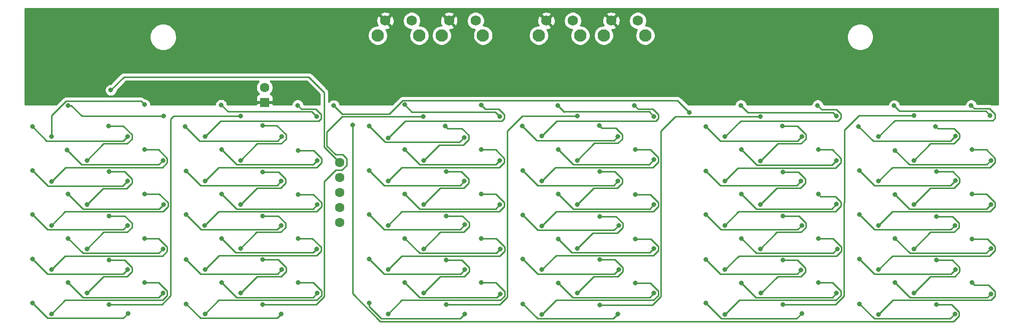
<source format=gbr>
G04 #@! TF.GenerationSoftware,KiCad,Pcbnew,(5.1.5-0-10_14)*
G04 #@! TF.CreationDate,2020-01-03T17:39:58-06:00*
G04 #@! TF.ProjectId,foxie_clock_nano,666f7869-655f-4636-9c6f-636b5f6e616e,1.4*
G04 #@! TF.SameCoordinates,Original*
G04 #@! TF.FileFunction,Copper,L2,Bot*
G04 #@! TF.FilePolarity,Positive*
%FSLAX46Y46*%
G04 Gerber Fmt 4.6, Leading zero omitted, Abs format (unit mm)*
G04 Created by KiCad (PCBNEW (5.1.5-0-10_14)) date 2020-01-03 17:39:58*
%MOMM*%
%LPD*%
G04 APERTURE LIST*
%ADD10C,1.600000*%
%ADD11R,1.600000X1.600000*%
%ADD12C,2.100000*%
%ADD13C,1.750000*%
%ADD14C,0.800000*%
%ADD15C,0.250000*%
%ADD16C,0.254000*%
G04 APERTURE END LIST*
D10*
X106180000Y-90560000D03*
D11*
X106180000Y-93100000D03*
D10*
X118880000Y-113420000D03*
X118880000Y-110880000D03*
X118880000Y-108340000D03*
X118880000Y-105800000D03*
X118880000Y-103260000D03*
D12*
X170600000Y-81740000D03*
D13*
X169350000Y-79250000D03*
X164850000Y-79250000D03*
D12*
X163590000Y-81740000D03*
X159600000Y-81740000D03*
D13*
X158350000Y-79250000D03*
X153850000Y-79250000D03*
D12*
X152590000Y-81740000D03*
X143150000Y-81740000D03*
D13*
X141900000Y-79250000D03*
X137400000Y-79250000D03*
D12*
X136140000Y-81740000D03*
X132350000Y-81740000D03*
D13*
X131100000Y-79250000D03*
X126600000Y-79250000D03*
D12*
X125340000Y-81740000D03*
D14*
X72900000Y-93600000D03*
X89100000Y-95400000D03*
X85887347Y-93487347D03*
X70100000Y-98900000D03*
X66900000Y-97200000D03*
X83000000Y-98900000D03*
X79787347Y-97087347D03*
X76100000Y-102900000D03*
X72737347Y-101137347D03*
X89000000Y-102900000D03*
X85900000Y-101100000D03*
X70100000Y-106500000D03*
X66900000Y-104600000D03*
X83000000Y-106400000D03*
X79900000Y-104800011D03*
X76100000Y-110400000D03*
X72900000Y-108600000D03*
X89100000Y-110400000D03*
X85900000Y-108600000D03*
X70100000Y-113900000D03*
X66900000Y-112100000D03*
X83000000Y-113900000D03*
X79900000Y-112300011D03*
X76100000Y-117900000D03*
X72900000Y-116100000D03*
X89000000Y-117900000D03*
X85900000Y-116100000D03*
X70100000Y-121400000D03*
X66900000Y-119600000D03*
X83000000Y-121400000D03*
X79900000Y-119800011D03*
X76100000Y-125400000D03*
X72900000Y-123600000D03*
X89000000Y-125400000D03*
X85900000Y-123600000D03*
X70100000Y-128900000D03*
X66900000Y-127100000D03*
X83100000Y-128800000D03*
X79900000Y-127300011D03*
X102100000Y-95400000D03*
X98837347Y-93537347D03*
X115000000Y-95500000D03*
X111787347Y-93587347D03*
X96100000Y-98900000D03*
X92737347Y-97137347D03*
X109100000Y-98900000D03*
X105887347Y-96987347D03*
X102100000Y-102900000D03*
X98900000Y-101100000D03*
X115100000Y-102900000D03*
X111900000Y-101200000D03*
X96100000Y-106400000D03*
X92900000Y-104700000D03*
X109000000Y-106400000D03*
X105900000Y-104900000D03*
X102100000Y-110400000D03*
X98900000Y-108600000D03*
X115100000Y-110400000D03*
X96050000Y-113900001D03*
X111900000Y-108650000D03*
X92900000Y-112100000D03*
X109000000Y-113900000D03*
X105900000Y-112300011D03*
X102100000Y-117800000D03*
X98900000Y-116100000D03*
X115000000Y-117900000D03*
X111900000Y-116100000D03*
X96100000Y-121400000D03*
X92900000Y-119700000D03*
X109100000Y-121400000D03*
X105900000Y-119700011D03*
X102100000Y-125400000D03*
X98900000Y-123600000D03*
X115100000Y-125400000D03*
X111900000Y-123600000D03*
X96100000Y-128900000D03*
X92900000Y-127200000D03*
X109000000Y-128900000D03*
X105900000Y-127300011D03*
X133000000Y-95500000D03*
X129887347Y-93487347D03*
X146000000Y-95500000D03*
X142837347Y-93537347D03*
X127100000Y-99100000D03*
X123900000Y-97100000D03*
X140000000Y-99000000D03*
X136787347Y-97087347D03*
X133100000Y-102900000D03*
X129900000Y-101100000D03*
X146000000Y-102900000D03*
X142900000Y-101100000D03*
X127100000Y-106400000D03*
X123900000Y-104600000D03*
X140000000Y-106400000D03*
X136900000Y-104800011D03*
X133100000Y-110400000D03*
X129900000Y-108600000D03*
X146000000Y-110400000D03*
X142900000Y-108600000D03*
X127100000Y-113900000D03*
X123900000Y-112100000D03*
X140100000Y-113800000D03*
X136900000Y-112300011D03*
X133100000Y-117900000D03*
X129900000Y-116100000D03*
X146100000Y-117900000D03*
X142900000Y-116100000D03*
X127100000Y-121400000D03*
X123900000Y-119600000D03*
X140100000Y-121400000D03*
X136900000Y-119800011D03*
X133100000Y-125400000D03*
X129900000Y-123600000D03*
X146100000Y-125500000D03*
X142900000Y-123600000D03*
X127100000Y-128900000D03*
X123900000Y-127100000D03*
X140100000Y-128900000D03*
X136900000Y-127300011D03*
X159100000Y-95400000D03*
X155787347Y-93587347D03*
X172100000Y-95500000D03*
X168787347Y-93587347D03*
X153100000Y-98800000D03*
X149787347Y-97087347D03*
X166000000Y-98900000D03*
X162837347Y-97037347D03*
X159100000Y-102900000D03*
X155900000Y-101100000D03*
X172100000Y-102800000D03*
X168900000Y-101100000D03*
X153100000Y-106400000D03*
X149900000Y-104600000D03*
X166000000Y-106400000D03*
X162900000Y-104800011D03*
X159100000Y-110400000D03*
X155900000Y-108600000D03*
X172100000Y-110400000D03*
X168900000Y-108700000D03*
X153100000Y-114000000D03*
X149900000Y-112200000D03*
X166100000Y-113900000D03*
X162900000Y-112400000D03*
X159100000Y-117800000D03*
X155900000Y-116200000D03*
X172100000Y-117800000D03*
X168900000Y-116200000D03*
X153100000Y-121400000D03*
X149900000Y-119600000D03*
X166100000Y-121400000D03*
X162900000Y-119700011D03*
X159100000Y-125400000D03*
X155900000Y-123700000D03*
X172100000Y-125400000D03*
X168900000Y-123700000D03*
X153100000Y-129000000D03*
X149900000Y-127200000D03*
X166000000Y-128900000D03*
X162900000Y-127400000D03*
X190100000Y-95500000D03*
X186787347Y-93587347D03*
X203000000Y-95400000D03*
X199787347Y-93587347D03*
X184100000Y-98900000D03*
X180900000Y-97200000D03*
X197100000Y-98900000D03*
X193787347Y-97087347D03*
X190100000Y-103000000D03*
X186900000Y-101100000D03*
X203000000Y-102900000D03*
X199900000Y-101100000D03*
X184100000Y-106400000D03*
X180900000Y-104700000D03*
X197000000Y-106400000D03*
X193900000Y-104900011D03*
X190100000Y-110400000D03*
X186900000Y-108600000D03*
X203000000Y-110300000D03*
X199900000Y-108600000D03*
X184100000Y-113900000D03*
X180900000Y-112100000D03*
X197100000Y-113900000D03*
X193900000Y-112325000D03*
X190100000Y-117900000D03*
X186900000Y-116100000D03*
X203100000Y-117900000D03*
X199900000Y-116100000D03*
X184100000Y-121400000D03*
X180900000Y-119700000D03*
X197000000Y-121500000D03*
X193900000Y-119800011D03*
X190200000Y-125400000D03*
X186900000Y-123700000D03*
X203000000Y-125400000D03*
X199900000Y-123600000D03*
X184100000Y-129000000D03*
X180900000Y-127100000D03*
X197100000Y-128800000D03*
X193900000Y-127300011D03*
X216100000Y-95300000D03*
X212737347Y-93637347D03*
X229000000Y-95300000D03*
X225787347Y-93587347D03*
X210100000Y-98900000D03*
X206737347Y-97137347D03*
X223100000Y-98800000D03*
X219737347Y-97137347D03*
X216100000Y-102900000D03*
X212900000Y-101200000D03*
X229100000Y-102900000D03*
X225900000Y-101100000D03*
X210100000Y-106400000D03*
X206900000Y-104600000D03*
X223100000Y-106300000D03*
X219900000Y-104800011D03*
X216100000Y-110400000D03*
X212900000Y-108700000D03*
X229100000Y-110400000D03*
X225900000Y-108600000D03*
X210100000Y-113900000D03*
X206900000Y-112100000D03*
X223000000Y-113900000D03*
X219900000Y-112400000D03*
X216100000Y-117900000D03*
X212900000Y-116100000D03*
X229100000Y-117800000D03*
X225900000Y-116200000D03*
X210100000Y-121400000D03*
X206900000Y-119600000D03*
X223100000Y-121400000D03*
X219900000Y-119800011D03*
X216100000Y-125400000D03*
X212900000Y-123600000D03*
X229100000Y-125500000D03*
X225900000Y-123600000D03*
X210100000Y-129000000D03*
X206900000Y-127200000D03*
X223000000Y-128900000D03*
X219900000Y-127300011D03*
X121100000Y-96950000D03*
X117900000Y-93600000D03*
X178100000Y-94775000D03*
X80150000Y-91000000D03*
D15*
X106180000Y-93100000D02*
X106200000Y-93100000D01*
X73465685Y-93600000D02*
X75265685Y-95400000D01*
X72900000Y-93600000D02*
X73465685Y-93600000D01*
X75265685Y-95400000D02*
X89100000Y-95400000D01*
X70100000Y-95326998D02*
X70100000Y-98900000D01*
X72551999Y-92874999D02*
X70100000Y-95326998D01*
X85274999Y-92874999D02*
X72551999Y-92874999D01*
X85887347Y-93487347D02*
X85274999Y-92874999D01*
X82274999Y-99625001D02*
X83000000Y-98900000D01*
X69325001Y-99625001D02*
X82274999Y-99625001D01*
X66900000Y-97200000D02*
X69325001Y-99625001D01*
X83725001Y-99248001D02*
X82897991Y-100075011D01*
X83725001Y-98551999D02*
X83725001Y-99248001D01*
X82260349Y-97087347D02*
X83725001Y-98551999D01*
X79787347Y-97087347D02*
X82260349Y-97087347D01*
X78924989Y-100075011D02*
X76100000Y-102900000D01*
X82897991Y-100075011D02*
X78924989Y-100075011D01*
X88274999Y-103625001D02*
X89000000Y-102900000D01*
X75225001Y-103625001D02*
X88274999Y-103625001D01*
X72737347Y-101137347D02*
X75225001Y-103625001D01*
X89725001Y-103248001D02*
X88897991Y-104075011D01*
X89725001Y-102551999D02*
X89725001Y-103248001D01*
X88273002Y-101100000D02*
X89725001Y-102551999D01*
X85900000Y-101100000D02*
X88273002Y-101100000D01*
X72524989Y-104075011D02*
X70100000Y-106500000D01*
X88897991Y-104075011D02*
X72524989Y-104075011D01*
X82174999Y-107225001D02*
X83000000Y-106400000D01*
X69525001Y-107225001D02*
X82174999Y-107225001D01*
X66900000Y-104600000D02*
X69525001Y-107225001D01*
X82473013Y-104800011D02*
X83725001Y-106051999D01*
X83725001Y-106748001D02*
X82797991Y-107675011D01*
X83725001Y-106051999D02*
X83725001Y-106748001D01*
X79900000Y-104800011D02*
X82473013Y-104800011D01*
X78824989Y-107675011D02*
X76100000Y-110400000D01*
X82797991Y-107675011D02*
X78824989Y-107675011D01*
X88374999Y-111125001D02*
X89100000Y-110400000D01*
X75425001Y-111125001D02*
X88374999Y-111125001D01*
X72900000Y-108600000D02*
X75425001Y-111125001D01*
X89825001Y-110748001D02*
X88997991Y-111575011D01*
X89825001Y-110051999D02*
X89825001Y-110748001D01*
X88373002Y-108600000D02*
X89825001Y-110051999D01*
X85900000Y-108600000D02*
X88373002Y-108600000D01*
X72424989Y-111575011D02*
X70100000Y-113900000D01*
X88997991Y-111575011D02*
X72424989Y-111575011D01*
X82274999Y-114625001D02*
X83000000Y-113900000D01*
X69425001Y-114625001D02*
X82274999Y-114625001D01*
X66900000Y-112100000D02*
X69425001Y-114625001D01*
X83725001Y-113551999D02*
X83725001Y-114248001D01*
X83725001Y-114248001D02*
X82897991Y-115075011D01*
X82473013Y-112300011D02*
X83725001Y-113551999D01*
X79900000Y-112300011D02*
X82473013Y-112300011D01*
X78924989Y-115075011D02*
X76100000Y-117900000D01*
X82897991Y-115075011D02*
X78924989Y-115075011D01*
X88274999Y-118625001D02*
X89000000Y-117900000D01*
X75425001Y-118625001D02*
X88274999Y-118625001D01*
X72900000Y-116100000D02*
X75425001Y-118625001D01*
X89725001Y-117551999D02*
X89725001Y-118248001D01*
X89725001Y-118248001D02*
X88897991Y-119075011D01*
X88273002Y-116100000D02*
X89725001Y-117551999D01*
X85900000Y-116100000D02*
X88273002Y-116100000D01*
X72424989Y-119075011D02*
X70100000Y-121400000D01*
X88897991Y-119075011D02*
X72424989Y-119075011D01*
X82274999Y-122125001D02*
X83000000Y-121400000D01*
X69425001Y-122125001D02*
X82274999Y-122125001D01*
X66900000Y-119600000D02*
X69425001Y-122125001D01*
X83725001Y-121051999D02*
X83725001Y-121748001D01*
X83725001Y-121748001D02*
X82897991Y-122575011D01*
X82473013Y-119800011D02*
X83725001Y-121051999D01*
X79900000Y-119800011D02*
X82473013Y-119800011D01*
X78924989Y-122575011D02*
X76100000Y-125400000D01*
X82897991Y-122575011D02*
X78924989Y-122575011D01*
X88274999Y-126125001D02*
X89000000Y-125400000D01*
X75425001Y-126125001D02*
X88274999Y-126125001D01*
X72900000Y-123600000D02*
X75425001Y-126125001D01*
X89725001Y-125051999D02*
X89725001Y-125748001D01*
X89725001Y-125748001D02*
X88897991Y-126575011D01*
X88273002Y-123600000D02*
X89725001Y-125051999D01*
X85900000Y-123600000D02*
X88273002Y-123600000D01*
X72424989Y-126575011D02*
X70100000Y-128900000D01*
X88897991Y-126575011D02*
X72424989Y-126575011D01*
X82274999Y-129625001D02*
X83100000Y-128800000D01*
X69425001Y-129625001D02*
X82274999Y-129625001D01*
X66900000Y-127100000D02*
X69425001Y-129625001D01*
X88809401Y-127300011D02*
X90300000Y-125809412D01*
X79900000Y-127300011D02*
X88809401Y-127300011D01*
X90300000Y-125809412D02*
X90300000Y-99500000D01*
X90300000Y-99500000D02*
X90300000Y-96100000D01*
X90300000Y-96100000D02*
X90300000Y-95900000D01*
X90800000Y-95400000D02*
X102100000Y-95400000D01*
X90300000Y-95900000D02*
X90800000Y-95400000D01*
X98837347Y-93537347D02*
X99974999Y-94674999D01*
X99974999Y-94674999D02*
X101751999Y-94674999D01*
X114174999Y-94674999D02*
X115000000Y-95500000D01*
X101751999Y-94674999D02*
X114174999Y-94674999D01*
X98774999Y-96225001D02*
X96100000Y-98900000D01*
X115348001Y-96225001D02*
X98774999Y-96225001D01*
X115725001Y-95151999D02*
X115725001Y-95848001D01*
X112424989Y-94224989D02*
X114797991Y-94224989D01*
X115725001Y-95848001D02*
X115348001Y-96225001D01*
X114797991Y-94224989D02*
X115725001Y-95151999D01*
X111787347Y-93587347D02*
X112424989Y-94224989D01*
X108374999Y-99625001D02*
X109100000Y-98900000D01*
X95225001Y-99625001D02*
X108374999Y-99625001D01*
X92737347Y-97137347D02*
X95225001Y-99625001D01*
X109825001Y-98551999D02*
X109825001Y-99248001D01*
X108260349Y-96987347D02*
X109825001Y-98551999D01*
X109825001Y-99248001D02*
X108997991Y-100075011D01*
X105887347Y-96987347D02*
X108260349Y-96987347D01*
X104924989Y-100075011D02*
X102100000Y-102900000D01*
X108997991Y-100075011D02*
X104924989Y-100075011D01*
X114374999Y-103625001D02*
X115100000Y-102900000D01*
X101425001Y-103625001D02*
X114374999Y-103625001D01*
X98900000Y-101100000D02*
X101425001Y-103625001D01*
X115825001Y-102551999D02*
X115825001Y-103248001D01*
X115825001Y-103248001D02*
X114973002Y-104100000D01*
X114473002Y-101200000D02*
X115825001Y-102551999D01*
X111900000Y-101200000D02*
X114473002Y-101200000D01*
X98400000Y-104100000D02*
X96100000Y-106400000D01*
X114973002Y-104100000D02*
X98400000Y-104100000D01*
X108274999Y-107125001D02*
X109000000Y-106400000D01*
X95325001Y-107125001D02*
X108274999Y-107125001D01*
X92900000Y-104700000D02*
X95325001Y-107125001D01*
X109725001Y-106051999D02*
X109725001Y-106748001D01*
X108573002Y-104900000D02*
X109725001Y-106051999D01*
X109725001Y-106748001D02*
X108897991Y-107575011D01*
X105900000Y-104900000D02*
X108573002Y-104900000D01*
X104924989Y-107575011D02*
X102100000Y-110400000D01*
X108897991Y-107575011D02*
X104924989Y-107575011D01*
X114374999Y-111125001D02*
X115100000Y-110400000D01*
X101425001Y-111125001D02*
X114374999Y-111125001D01*
X98900000Y-108600000D02*
X101425001Y-111125001D01*
X96449999Y-113500002D02*
X96050000Y-113900001D01*
X98374991Y-111575010D02*
X96449999Y-113500002D01*
X115825001Y-110748001D02*
X114997992Y-111575010D01*
X115825001Y-110051999D02*
X115825001Y-110748001D01*
X114423002Y-108650000D02*
X115825001Y-110051999D01*
X114997992Y-111575010D02*
X98374991Y-111575010D01*
X111900000Y-108650000D02*
X114423002Y-108650000D01*
X95425001Y-114625001D02*
X108274999Y-114625001D01*
X108274999Y-114625001D02*
X109000000Y-113900000D01*
X92900000Y-112100000D02*
X95425001Y-114625001D01*
X109725001Y-113551999D02*
X109725001Y-114248001D01*
X109725001Y-114248001D02*
X108897991Y-115075011D01*
X108473013Y-112300011D02*
X109725001Y-113551999D01*
X105900000Y-112300011D02*
X108473013Y-112300011D01*
X104824989Y-115075011D02*
X102100000Y-117800000D01*
X108897991Y-115075011D02*
X104824989Y-115075011D01*
X114374999Y-118525001D02*
X115000000Y-117900000D01*
X101325001Y-118525001D02*
X114374999Y-118525001D01*
X98900000Y-116100000D02*
X101325001Y-118525001D01*
X115725001Y-118248001D02*
X114997991Y-118975011D01*
X115725001Y-117551999D02*
X115725001Y-118248001D01*
X114273002Y-116100000D02*
X115725001Y-117551999D01*
X111900000Y-116100000D02*
X114273002Y-116100000D01*
X98524989Y-118975011D02*
X96100000Y-121400000D01*
X114997991Y-118975011D02*
X98524989Y-118975011D01*
X108374999Y-122125001D02*
X109100000Y-121400000D01*
X95325001Y-122125001D02*
X108374999Y-122125001D01*
X92900000Y-119700000D02*
X95325001Y-122125001D01*
X109825001Y-121748001D02*
X108997991Y-122575011D01*
X108473013Y-119700011D02*
X109825001Y-121051999D01*
X109825001Y-121051999D02*
X109825001Y-121748001D01*
X105900000Y-119700011D02*
X108473013Y-119700011D01*
X104924989Y-122575011D02*
X102100000Y-125400000D01*
X108997991Y-122575011D02*
X104924989Y-122575011D01*
X114374999Y-126125001D02*
X115100000Y-125400000D01*
X101425001Y-126125001D02*
X114374999Y-126125001D01*
X98900000Y-123600000D02*
X101425001Y-126125001D01*
X115825001Y-125748001D02*
X114997991Y-126575011D01*
X114373002Y-123600000D02*
X115825001Y-125051999D01*
X115825001Y-125051999D02*
X115825001Y-125748001D01*
X111900000Y-123600000D02*
X114373002Y-123600000D01*
X98424989Y-126575011D02*
X96100000Y-128900000D01*
X114997991Y-126575011D02*
X98424989Y-126575011D01*
X95325001Y-129625001D02*
X108274999Y-129625001D01*
X108274999Y-129625001D02*
X109000000Y-128900000D01*
X92900000Y-127200000D02*
X95325001Y-129625001D01*
X118203205Y-101946795D02*
X116725021Y-100468611D01*
X119300000Y-95500000D02*
X133000000Y-95500000D01*
X119396795Y-101946795D02*
X118203205Y-101946795D01*
X114909401Y-127300011D02*
X116275011Y-125934401D01*
X119255002Y-104550000D02*
X120050000Y-103755002D01*
X120050000Y-102600000D02*
X119396795Y-101946795D01*
X120050000Y-103755002D02*
X120050000Y-102600000D01*
X116725021Y-100468611D02*
X116725021Y-98074979D01*
X118250000Y-104550000D02*
X119255002Y-104550000D01*
X116275011Y-125934401D02*
X116275011Y-106524989D01*
X116275011Y-106524989D02*
X118250000Y-104550000D01*
X116725021Y-98074979D02*
X119300000Y-95500000D01*
X105900000Y-127300011D02*
X114909401Y-127300011D01*
X129887347Y-93487347D02*
X131100000Y-94700000D01*
X145200000Y-94700000D02*
X146000000Y-95500000D01*
X131100000Y-94700000D02*
X145200000Y-94700000D01*
X146725001Y-95848001D02*
X146348001Y-96225001D01*
X146725001Y-95151999D02*
X146725001Y-95848001D01*
X130000000Y-96200000D02*
X127100000Y-99100000D01*
X130025001Y-96225001D02*
X146348001Y-96225001D01*
X130000000Y-96200000D02*
X130025001Y-96225001D01*
X142837347Y-93537347D02*
X143549990Y-94249990D01*
X145822992Y-94249990D02*
X146725001Y-95151999D01*
X143549990Y-94249990D02*
X145822992Y-94249990D01*
X139174999Y-99825001D02*
X140000000Y-99000000D01*
X126625001Y-99825001D02*
X139174999Y-99825001D01*
X123900000Y-97100000D02*
X126625001Y-99825001D01*
X140725001Y-99348001D02*
X139797991Y-100275011D01*
X140725001Y-98651999D02*
X140725001Y-99348001D01*
X139560348Y-97487346D02*
X140725001Y-98651999D01*
X137187346Y-97487346D02*
X139560348Y-97487346D01*
X136787347Y-97087347D02*
X137187346Y-97487346D01*
X135724989Y-100275011D02*
X133100000Y-102900000D01*
X139797991Y-100275011D02*
X135724989Y-100275011D01*
X145274999Y-103625001D02*
X146000000Y-102900000D01*
X132425001Y-103625001D02*
X145274999Y-103625001D01*
X129900000Y-101100000D02*
X132425001Y-103625001D01*
X145273002Y-101100000D02*
X146725001Y-102551999D01*
X146725001Y-103248001D02*
X145897991Y-104075011D01*
X146725001Y-102551999D02*
X146725001Y-103248001D01*
X142900000Y-101100000D02*
X145273002Y-101100000D01*
X129424989Y-104075011D02*
X127100000Y-106400000D01*
X145897991Y-104075011D02*
X129424989Y-104075011D01*
X139274999Y-107125001D02*
X140000000Y-106400000D01*
X126425001Y-107125001D02*
X139274999Y-107125001D01*
X123900000Y-104600000D02*
X126425001Y-107125001D01*
X140725001Y-106748001D02*
X139897992Y-107575010D01*
X140725001Y-106051999D02*
X140725001Y-106748001D01*
X139473013Y-104800011D02*
X140725001Y-106051999D01*
X136900000Y-104800011D02*
X139473013Y-104800011D01*
X135924990Y-107575010D02*
X133100000Y-110400000D01*
X139897992Y-107575010D02*
X135924990Y-107575010D01*
X145274999Y-111125001D02*
X146000000Y-110400000D01*
X132425001Y-111125001D02*
X145274999Y-111125001D01*
X129900000Y-108600000D02*
X132425001Y-111125001D01*
X145273002Y-108600000D02*
X146725001Y-110051999D01*
X146725001Y-110748001D02*
X145897991Y-111575011D01*
X146725001Y-110051999D02*
X146725001Y-110748001D01*
X142900000Y-108600000D02*
X145273002Y-108600000D01*
X129424989Y-111575011D02*
X127100000Y-113900000D01*
X145897991Y-111575011D02*
X129424989Y-111575011D01*
X126425001Y-114625001D02*
X139274999Y-114625001D01*
X139274999Y-114625001D02*
X140100000Y-113800000D01*
X123900000Y-112100000D02*
X126425001Y-114625001D01*
X140825001Y-114148001D02*
X139897991Y-115075011D01*
X140825001Y-113451999D02*
X140825001Y-114148001D01*
X139673013Y-112300011D02*
X140825001Y-113451999D01*
X136900000Y-112300011D02*
X139673013Y-112300011D01*
X135924989Y-115075011D02*
X133100000Y-117900000D01*
X139897991Y-115075011D02*
X135924989Y-115075011D01*
X145374999Y-118625001D02*
X146100000Y-117900000D01*
X132425001Y-118625001D02*
X145374999Y-118625001D01*
X129900000Y-116100000D02*
X132425001Y-118625001D01*
X146825001Y-117551999D02*
X146825001Y-118248001D01*
X145373002Y-116100000D02*
X146825001Y-117551999D01*
X146825001Y-118248001D02*
X145997991Y-119075011D01*
X142900000Y-116100000D02*
X145373002Y-116100000D01*
X129424989Y-119075011D02*
X127100000Y-121400000D01*
X145997991Y-119075011D02*
X129424989Y-119075011D01*
X139374999Y-122125001D02*
X140100000Y-121400000D01*
X126425001Y-122125001D02*
X139374999Y-122125001D01*
X123900000Y-119600000D02*
X126425001Y-122125001D01*
X140825001Y-121748001D02*
X139997991Y-122575011D01*
X140825001Y-121051999D02*
X140825001Y-121748001D01*
X139573013Y-119800011D02*
X140825001Y-121051999D01*
X136900000Y-119800011D02*
X139573013Y-119800011D01*
X135924989Y-122575011D02*
X133100000Y-125400000D01*
X139997991Y-122575011D02*
X135924989Y-122575011D01*
X145474999Y-126125001D02*
X146100000Y-125500000D01*
X132425001Y-126125001D02*
X145474999Y-126125001D01*
X129900000Y-123600000D02*
X132425001Y-126125001D01*
X146825001Y-125848001D02*
X146097991Y-126575011D01*
X146825001Y-125151999D02*
X146825001Y-125848001D01*
X145273002Y-123600000D02*
X146825001Y-125151999D01*
X142900000Y-123600000D02*
X145273002Y-123600000D01*
X129424989Y-126575011D02*
X127100000Y-128900000D01*
X146097991Y-126575011D02*
X129424989Y-126575011D01*
X139700001Y-129299999D02*
X140100000Y-128900000D01*
X123900000Y-127665685D02*
X125959316Y-129725001D01*
X139274999Y-129725001D02*
X139700001Y-129299999D01*
X125959316Y-129725001D02*
X139274999Y-129725001D01*
X123900000Y-127100000D02*
X123900000Y-127665685D01*
X146009401Y-127300011D02*
X147300000Y-126009412D01*
X136900000Y-127300011D02*
X146009401Y-127300011D01*
X147300000Y-126009412D02*
X147300000Y-97900000D01*
X149800000Y-95400000D02*
X159100000Y-95400000D01*
X147300000Y-97900000D02*
X149800000Y-95400000D01*
X155787347Y-93587347D02*
X156900000Y-94700000D01*
X171274999Y-94674999D02*
X172100000Y-95500000D01*
X156925001Y-94674999D02*
X171274999Y-94674999D01*
X156900000Y-94700000D02*
X156925001Y-94674999D01*
X155674999Y-96225001D02*
X153100000Y-98800000D01*
X172448001Y-96225001D02*
X155674999Y-96225001D01*
X171897991Y-94224989D02*
X172825001Y-95151999D01*
X169424989Y-94224989D02*
X171897991Y-94224989D01*
X172825001Y-95848001D02*
X172448001Y-96225001D01*
X172825001Y-95151999D02*
X172825001Y-95848001D01*
X168787347Y-93587347D02*
X169424989Y-94224989D01*
X165374999Y-99525001D02*
X166000000Y-98900000D01*
X152225001Y-99525001D02*
X165374999Y-99525001D01*
X149787347Y-97087347D02*
X152225001Y-99525001D01*
X166725001Y-98525001D02*
X166725001Y-99248001D01*
X166725001Y-99248001D02*
X165997991Y-99975011D01*
X162024989Y-99975011D02*
X159100000Y-102900000D01*
X165997991Y-99975011D02*
X162024989Y-99975011D01*
X163237346Y-97437346D02*
X165637346Y-97437346D01*
X165637346Y-97437346D02*
X166725001Y-98525001D01*
X162837347Y-97037347D02*
X163237346Y-97437346D01*
X171274999Y-103625001D02*
X172100000Y-102800000D01*
X158425001Y-103625001D02*
X171274999Y-103625001D01*
X155900000Y-101100000D02*
X158425001Y-103625001D01*
X172825001Y-103148001D02*
X171897991Y-104075011D01*
X172825001Y-102451999D02*
X172825001Y-103148001D01*
X171473002Y-101100000D02*
X172825001Y-102451999D01*
X168900000Y-101100000D02*
X171473002Y-101100000D01*
X155424989Y-104075011D02*
X153100000Y-106400000D01*
X171897991Y-104075011D02*
X155424989Y-104075011D01*
X165274999Y-107125001D02*
X166000000Y-106400000D01*
X152425001Y-107125001D02*
X165274999Y-107125001D01*
X149900000Y-104600000D02*
X152425001Y-107125001D01*
X166725001Y-106748001D02*
X165897991Y-107575011D01*
X166725001Y-106051999D02*
X166725001Y-106748001D01*
X165473013Y-104800011D02*
X166725001Y-106051999D01*
X162900000Y-104800011D02*
X165473013Y-104800011D01*
X161924989Y-107575011D02*
X159100000Y-110400000D01*
X165897991Y-107575011D02*
X161924989Y-107575011D01*
X171374999Y-111125001D02*
X172100000Y-110400000D01*
X158425001Y-111125001D02*
X171374999Y-111125001D01*
X155900000Y-108600000D02*
X158425001Y-111125001D01*
X171473002Y-108700000D02*
X172825001Y-110051999D01*
X172825001Y-110748001D02*
X171997991Y-111575011D01*
X172825001Y-110051999D02*
X172825001Y-110748001D01*
X168900000Y-108700000D02*
X171473002Y-108700000D01*
X155524989Y-111575011D02*
X153100000Y-114000000D01*
X171997991Y-111575011D02*
X155524989Y-111575011D01*
X165274999Y-114725001D02*
X166100000Y-113900000D01*
X152425001Y-114725001D02*
X165274999Y-114725001D01*
X149900000Y-112200000D02*
X152425001Y-114725001D01*
X166825001Y-113551999D02*
X166825001Y-114248001D01*
X166825001Y-114248001D02*
X165897991Y-115175011D01*
X165673002Y-112400000D02*
X166825001Y-113551999D01*
X162900000Y-112400000D02*
X165673002Y-112400000D01*
X161724989Y-115175011D02*
X159100000Y-117800000D01*
X165897991Y-115175011D02*
X161724989Y-115175011D01*
X171374999Y-118525001D02*
X172100000Y-117800000D01*
X158225001Y-118525001D02*
X171374999Y-118525001D01*
X155900000Y-116200000D02*
X158225001Y-118525001D01*
X172825001Y-118148001D02*
X171997991Y-118975011D01*
X172825001Y-117451999D02*
X172825001Y-118148001D01*
X171573002Y-116200000D02*
X172825001Y-117451999D01*
X168900000Y-116200000D02*
X171573002Y-116200000D01*
X155524989Y-118975011D02*
X153100000Y-121400000D01*
X171997991Y-118975011D02*
X155524989Y-118975011D01*
X152425001Y-122125001D02*
X165374999Y-122125001D01*
X165374999Y-122125001D02*
X166100000Y-121400000D01*
X149900000Y-119600000D02*
X152425001Y-122125001D01*
X166825001Y-121051999D02*
X166825001Y-121748001D01*
X166825001Y-121748001D02*
X165997991Y-122575011D01*
X165473013Y-119700011D02*
X166825001Y-121051999D01*
X162900000Y-119700011D02*
X165473013Y-119700011D01*
X161924989Y-122575011D02*
X159100000Y-125400000D01*
X165997991Y-122575011D02*
X161924989Y-122575011D01*
X171374999Y-126125001D02*
X172100000Y-125400000D01*
X158325001Y-126125001D02*
X171374999Y-126125001D01*
X155900000Y-123700000D02*
X158325001Y-126125001D01*
X172825001Y-125748001D02*
X171997991Y-126575011D01*
X172825001Y-125051999D02*
X172825001Y-125748001D01*
X171473002Y-123700000D02*
X172825001Y-125051999D01*
X168900000Y-123700000D02*
X171473002Y-123700000D01*
X155524989Y-126575011D02*
X153100000Y-129000000D01*
X171997991Y-126575011D02*
X155524989Y-126575011D01*
X165174999Y-129725001D02*
X166000000Y-128900000D01*
X152425001Y-129725001D02*
X165174999Y-129725001D01*
X149900000Y-127200000D02*
X152425001Y-129725001D01*
X173275011Y-125934401D02*
X173275011Y-103334401D01*
X171809412Y-127400000D02*
X173275011Y-125934401D01*
X162900000Y-127400000D02*
X171809412Y-127400000D01*
X173275011Y-103334401D02*
X173275011Y-97924989D01*
X173275011Y-97924989D02*
X174800000Y-96400000D01*
X175700000Y-95500000D02*
X190100000Y-95500000D01*
X174800000Y-96400000D02*
X175700000Y-95500000D01*
X186787347Y-93587347D02*
X187974999Y-94774999D01*
X202374999Y-94774999D02*
X203000000Y-95400000D01*
X187974999Y-94774999D02*
X202374999Y-94774999D01*
X203248001Y-96225001D02*
X188825001Y-96225001D01*
X202997992Y-94324990D02*
X203725001Y-95051999D01*
X203725001Y-95748001D02*
X203248001Y-96225001D01*
X203725001Y-95051999D02*
X203725001Y-95748001D01*
X200524990Y-94324990D02*
X202997992Y-94324990D01*
X199787347Y-93587347D02*
X200524990Y-94324990D01*
X186774999Y-96225001D02*
X184100000Y-98900000D01*
X188825001Y-96225001D02*
X186774999Y-96225001D01*
X196374999Y-99625001D02*
X197100000Y-98900000D01*
X183325001Y-99625001D02*
X196374999Y-99625001D01*
X180900000Y-97200000D02*
X183325001Y-99625001D01*
X197825001Y-99248001D02*
X196997991Y-100075011D01*
X197825001Y-98551999D02*
X197825001Y-99248001D01*
X196360349Y-97087347D02*
X197825001Y-98551999D01*
X193787347Y-97087347D02*
X196360349Y-97087347D01*
X193024989Y-100075011D02*
X190100000Y-103000000D01*
X196997991Y-100075011D02*
X193024989Y-100075011D01*
X202174999Y-103725001D02*
X203000000Y-102900000D01*
X189525001Y-103725001D02*
X202174999Y-103725001D01*
X186900000Y-101100000D02*
X189525001Y-103725001D01*
X203725001Y-103248001D02*
X202797991Y-104175011D01*
X203725001Y-102551999D02*
X203725001Y-103248001D01*
X202273002Y-101100000D02*
X203725001Y-102551999D01*
X199900000Y-101100000D02*
X202273002Y-101100000D01*
X186324989Y-104175011D02*
X184100000Y-106400000D01*
X202797991Y-104175011D02*
X186324989Y-104175011D01*
X196274999Y-107125001D02*
X197000000Y-106400000D01*
X183325001Y-107125001D02*
X196274999Y-107125001D01*
X180900000Y-104700000D02*
X183325001Y-107125001D01*
X197725001Y-106051999D02*
X197725001Y-106748001D01*
X197725001Y-106748001D02*
X196897991Y-107575011D01*
X196573013Y-104900011D02*
X197725001Y-106051999D01*
X193900000Y-104900011D02*
X196573013Y-104900011D01*
X192924989Y-107575011D02*
X190100000Y-110400000D01*
X196897991Y-107575011D02*
X192924989Y-107575011D01*
X202174999Y-111125001D02*
X203000000Y-110300000D01*
X189425001Y-111125001D02*
X202174999Y-111125001D01*
X186900000Y-108600000D02*
X189425001Y-111125001D01*
X203725001Y-109951999D02*
X203725001Y-110648001D01*
X202773001Y-108999999D02*
X203725001Y-109951999D01*
X200299999Y-108999999D02*
X202773001Y-108999999D01*
X203725001Y-110648001D02*
X202773002Y-111600000D01*
X199900000Y-108600000D02*
X200299999Y-108999999D01*
X186400000Y-111600000D02*
X184100000Y-113900000D01*
X202773002Y-111600000D02*
X186400000Y-111600000D01*
X196374999Y-114625001D02*
X197100000Y-113900000D01*
X183425001Y-114625001D02*
X196374999Y-114625001D01*
X180900000Y-112100000D02*
X183425001Y-114625001D01*
X197825001Y-113551999D02*
X197825001Y-114248001D01*
X196598002Y-112325000D02*
X197825001Y-113551999D01*
X197825001Y-114248001D02*
X196997991Y-115075011D01*
X193900000Y-112325000D02*
X196598002Y-112325000D01*
X192924989Y-115075011D02*
X190100000Y-117900000D01*
X196997991Y-115075011D02*
X192924989Y-115075011D01*
X189425001Y-118625001D02*
X202374999Y-118625001D01*
X202374999Y-118625001D02*
X203100000Y-117900000D01*
X186900000Y-116100000D02*
X189425001Y-118625001D01*
X203825001Y-118248001D02*
X202997991Y-119075011D01*
X203825001Y-117551999D02*
X203825001Y-118248001D01*
X202373002Y-116100000D02*
X203825001Y-117551999D01*
X199900000Y-116100000D02*
X202373002Y-116100000D01*
X186424989Y-119075011D02*
X184100000Y-121400000D01*
X202997991Y-119075011D02*
X186424989Y-119075011D01*
X196374999Y-122125001D02*
X197000000Y-121500000D01*
X183325001Y-122125001D02*
X196374999Y-122125001D01*
X180900000Y-119700000D02*
X183325001Y-122125001D01*
X197725001Y-121848001D02*
X196997991Y-122575011D01*
X196373013Y-119800011D02*
X197725001Y-121151999D01*
X197725001Y-121151999D02*
X197725001Y-121848001D01*
X193900000Y-119800011D02*
X196373013Y-119800011D01*
X193024989Y-122575011D02*
X190200000Y-125400000D01*
X196997991Y-122575011D02*
X193024989Y-122575011D01*
X202274999Y-126125001D02*
X203000000Y-125400000D01*
X189325001Y-126125001D02*
X202274999Y-126125001D01*
X186900000Y-123700000D02*
X189325001Y-126125001D01*
X203725001Y-125748001D02*
X202897991Y-126575011D01*
X203725001Y-125051999D02*
X203725001Y-125748001D01*
X202273002Y-123600000D02*
X203725001Y-125051999D01*
X199900000Y-123600000D02*
X202273002Y-123600000D01*
X186524989Y-126575011D02*
X184100000Y-129000000D01*
X202897991Y-126575011D02*
X186524989Y-126575011D01*
X196174999Y-129725001D02*
X197100000Y-128800000D01*
X183525001Y-129725001D02*
X196174999Y-129725001D01*
X180900000Y-127100000D02*
X183525001Y-129725001D01*
X202809401Y-127300011D02*
X204275011Y-125834401D01*
X204275011Y-125834401D02*
X204275011Y-118434401D01*
X193900000Y-127300011D02*
X202809401Y-127300011D01*
X204275011Y-110075011D02*
X204300000Y-110050022D01*
X204275011Y-118434401D02*
X204275011Y-110075011D01*
X204300000Y-110050022D02*
X204300000Y-97800000D01*
X206800000Y-95300000D02*
X216100000Y-95300000D01*
X204300000Y-97800000D02*
X206800000Y-95300000D01*
X212737347Y-93637347D02*
X213674999Y-94574999D01*
X213674999Y-94574999D02*
X228274999Y-94574999D01*
X228274999Y-94574999D02*
X229000000Y-95300000D01*
X229825001Y-95748001D02*
X229448001Y-96125001D01*
X229448001Y-96125001D02*
X215725001Y-96125001D01*
X212874999Y-96125001D02*
X210100000Y-98900000D01*
X215725001Y-96125001D02*
X212874999Y-96125001D01*
X229800000Y-95026998D02*
X229800000Y-95200000D01*
X226324989Y-94124989D02*
X228897991Y-94124989D01*
X225787347Y-93587347D02*
X226324989Y-94124989D01*
X229825001Y-95051999D02*
X229800000Y-95200000D01*
X228897991Y-94124989D02*
X229800000Y-95026998D01*
X229800000Y-95200000D02*
X229825001Y-95748001D01*
X222274999Y-99625001D02*
X223100000Y-98800000D01*
X209225001Y-99625001D02*
X222274999Y-99625001D01*
X206737347Y-97137347D02*
X209225001Y-99625001D01*
X223825001Y-99148001D02*
X222897991Y-100075011D01*
X220137346Y-97537346D02*
X222910348Y-97537346D01*
X223825001Y-98451999D02*
X223825001Y-99148001D01*
X222910348Y-97537346D02*
X223825001Y-98451999D01*
X219737347Y-97137347D02*
X220137346Y-97537346D01*
X218924989Y-100075011D02*
X216100000Y-102900000D01*
X222897991Y-100075011D02*
X218924989Y-100075011D01*
X228374999Y-103625001D02*
X229100000Y-102900000D01*
X215325001Y-103625001D02*
X228374999Y-103625001D01*
X212900000Y-101200000D02*
X215325001Y-103625001D01*
X229825001Y-103248001D02*
X228997991Y-104075011D01*
X229825001Y-102551999D02*
X229825001Y-103248001D01*
X228373002Y-101100000D02*
X229825001Y-102551999D01*
X225900000Y-101100000D02*
X228373002Y-101100000D01*
X212424989Y-104075011D02*
X210100000Y-106400000D01*
X228997991Y-104075011D02*
X212424989Y-104075011D01*
X222274999Y-107125001D02*
X223100000Y-106300000D01*
X209425001Y-107125001D02*
X222274999Y-107125001D01*
X206900000Y-104600000D02*
X209425001Y-107125001D01*
X223825001Y-105951999D02*
X223825001Y-106648001D01*
X223825001Y-106648001D02*
X222897991Y-107575011D01*
X222673013Y-104800011D02*
X223825001Y-105951999D01*
X219900000Y-104800011D02*
X222673013Y-104800011D01*
X218924989Y-107575011D02*
X216100000Y-110400000D01*
X222897991Y-107575011D02*
X218924989Y-107575011D01*
X228374999Y-111125001D02*
X229100000Y-110400000D01*
X215325001Y-111125001D02*
X228374999Y-111125001D01*
X212900000Y-108700000D02*
X215325001Y-111125001D01*
X229825001Y-110748001D02*
X228997991Y-111575011D01*
X229825001Y-110051999D02*
X229825001Y-110748001D01*
X228373002Y-108600000D02*
X229825001Y-110051999D01*
X225900000Y-108600000D02*
X228373002Y-108600000D01*
X212424989Y-111575011D02*
X210100000Y-113900000D01*
X228997991Y-111575011D02*
X212424989Y-111575011D01*
X222274999Y-114625001D02*
X223000000Y-113900000D01*
X209425001Y-114625001D02*
X222274999Y-114625001D01*
X206900000Y-112100000D02*
X209425001Y-114625001D01*
X223725001Y-114248001D02*
X222897991Y-115075011D01*
X223725001Y-113551999D02*
X223725001Y-114248001D01*
X222573002Y-112400000D02*
X223725001Y-113551999D01*
X219900000Y-112400000D02*
X222573002Y-112400000D01*
X218924989Y-115075011D02*
X216100000Y-117900000D01*
X222897991Y-115075011D02*
X218924989Y-115075011D01*
X215425001Y-118625001D02*
X228274999Y-118625001D01*
X228274999Y-118625001D02*
X229100000Y-117800000D01*
X212900000Y-116100000D02*
X215425001Y-118625001D01*
X229825001Y-117451999D02*
X229825001Y-118148001D01*
X228573002Y-116200000D02*
X229825001Y-117451999D01*
X229825001Y-118148001D02*
X228897991Y-119075011D01*
X225900000Y-116200000D02*
X228573002Y-116200000D01*
X212424989Y-119075011D02*
X210100000Y-121400000D01*
X228897991Y-119075011D02*
X212424989Y-119075011D01*
X222374999Y-122125001D02*
X223100000Y-121400000D01*
X209425001Y-122125001D02*
X222374999Y-122125001D01*
X206900000Y-119600000D02*
X209425001Y-122125001D01*
X222573013Y-119800011D02*
X223825001Y-121051999D01*
X223825001Y-121748001D02*
X222997991Y-122575011D01*
X223825001Y-121051999D02*
X223825001Y-121748001D01*
X219900000Y-119800011D02*
X222573013Y-119800011D01*
X218924989Y-122575011D02*
X216100000Y-125400000D01*
X222997991Y-122575011D02*
X218924989Y-122575011D01*
X228474999Y-126125001D02*
X229100000Y-125500000D01*
X215425001Y-126125001D02*
X228474999Y-126125001D01*
X212900000Y-123600000D02*
X215425001Y-126125001D01*
X229825001Y-125151999D02*
X229825001Y-125848001D01*
X228673001Y-123999999D02*
X229825001Y-125151999D01*
X226299999Y-123999999D02*
X228673001Y-123999999D01*
X229825001Y-125848001D02*
X229097991Y-126575011D01*
X225900000Y-123600000D02*
X226299999Y-123999999D01*
X212524989Y-126575011D02*
X210100000Y-129000000D01*
X229097991Y-126575011D02*
X212524989Y-126575011D01*
X209425001Y-129725001D02*
X222174999Y-129725001D01*
X222174999Y-129725001D02*
X223000000Y-128900000D01*
X206900000Y-127200000D02*
X209425001Y-129725001D01*
X121080041Y-125482136D02*
X121080041Y-96969959D01*
X121080041Y-96969959D02*
X121100000Y-96950000D01*
X125772915Y-130175010D02*
X121080041Y-125482136D01*
X222797991Y-130175011D02*
X125772915Y-130175010D01*
X223725001Y-128551999D02*
X223725001Y-129248001D01*
X222473013Y-127300011D02*
X223725001Y-128551999D01*
X219900000Y-127300011D02*
X222473013Y-127300011D01*
X223725001Y-129248001D02*
X222797991Y-130175011D01*
X176087346Y-92762346D02*
X178100000Y-94775000D01*
X129539346Y-92762346D02*
X176087346Y-92762346D01*
X128700000Y-93600000D02*
X128701692Y-93600000D01*
X127250010Y-95049990D02*
X128700000Y-93600000D01*
X128701692Y-93600000D02*
X129539346Y-92762346D01*
X119349990Y-95049990D02*
X127250010Y-95049990D01*
X117900000Y-93600000D02*
X119349990Y-95049990D01*
X80150000Y-91000000D02*
X82400000Y-88750000D01*
X82400000Y-88750000D02*
X113650000Y-88750000D01*
X118080001Y-102460001D02*
X118880000Y-103260000D01*
X116275012Y-100655012D02*
X118080001Y-102460001D01*
X116275012Y-91375012D02*
X116275012Y-100655012D01*
X113650000Y-88750000D02*
X116275012Y-91375012D01*
D16*
G36*
X230340000Y-93473000D02*
G01*
X229290435Y-93473000D01*
X229190238Y-93419443D01*
X229046977Y-93375986D01*
X228935324Y-93364989D01*
X228935313Y-93364989D01*
X228897991Y-93361313D01*
X228860669Y-93364989D01*
X226798394Y-93364989D01*
X226782573Y-93285449D01*
X226704552Y-93097091D01*
X226591284Y-92927573D01*
X226447121Y-92783410D01*
X226277603Y-92670142D01*
X226089245Y-92592121D01*
X225889286Y-92552347D01*
X225685408Y-92552347D01*
X225485449Y-92592121D01*
X225297091Y-92670142D01*
X225127573Y-92783410D01*
X224983410Y-92927573D01*
X224870142Y-93097091D01*
X224792121Y-93285449D01*
X224754815Y-93473000D01*
X213759933Y-93473000D01*
X213732573Y-93335449D01*
X213654552Y-93147091D01*
X213541284Y-92977573D01*
X213397121Y-92833410D01*
X213227603Y-92720142D01*
X213039245Y-92642121D01*
X212839286Y-92602347D01*
X212635408Y-92602347D01*
X212435449Y-92642121D01*
X212247091Y-92720142D01*
X212077573Y-92833410D01*
X211933410Y-92977573D01*
X211820142Y-93147091D01*
X211742121Y-93335449D01*
X211714761Y-93473000D01*
X200819879Y-93473000D01*
X200782573Y-93285449D01*
X200704552Y-93097091D01*
X200591284Y-92927573D01*
X200447121Y-92783410D01*
X200277603Y-92670142D01*
X200089245Y-92592121D01*
X199889286Y-92552347D01*
X199685408Y-92552347D01*
X199485449Y-92592121D01*
X199297091Y-92670142D01*
X199127573Y-92783410D01*
X198983410Y-92927573D01*
X198870142Y-93097091D01*
X198792121Y-93285449D01*
X198754815Y-93473000D01*
X187819879Y-93473000D01*
X187782573Y-93285449D01*
X187704552Y-93097091D01*
X187591284Y-92927573D01*
X187447121Y-92783410D01*
X187277603Y-92670142D01*
X187089245Y-92592121D01*
X186889286Y-92552347D01*
X186685408Y-92552347D01*
X186485449Y-92592121D01*
X186297091Y-92670142D01*
X186127573Y-92783410D01*
X185983410Y-92927573D01*
X185870142Y-93097091D01*
X185792121Y-93285449D01*
X185754815Y-93473000D01*
X177872802Y-93473000D01*
X176651150Y-92251349D01*
X176627347Y-92222345D01*
X176511622Y-92127372D01*
X176379593Y-92056800D01*
X176236332Y-92013343D01*
X176124679Y-92002346D01*
X176124668Y-92002346D01*
X176087346Y-91998670D01*
X176050024Y-92002346D01*
X129576671Y-92002346D01*
X129539346Y-91998670D01*
X129502021Y-92002346D01*
X129502013Y-92002346D01*
X129390360Y-92013343D01*
X129247099Y-92056800D01*
X129115070Y-92127372D01*
X128999345Y-92222345D01*
X128975547Y-92251343D01*
X128198438Y-93028453D01*
X128159999Y-93059999D01*
X128136201Y-93088997D01*
X127752198Y-93473000D01*
X118930015Y-93473000D01*
X118895226Y-93298102D01*
X118817205Y-93109744D01*
X118703937Y-92940226D01*
X118559774Y-92796063D01*
X118390256Y-92682795D01*
X118201898Y-92604774D01*
X118001939Y-92565000D01*
X117798061Y-92565000D01*
X117598102Y-92604774D01*
X117409744Y-92682795D01*
X117240226Y-92796063D01*
X117096063Y-92940226D01*
X117035012Y-93031596D01*
X117035012Y-91412345D01*
X117038689Y-91375012D01*
X117024015Y-91226026D01*
X116980558Y-91082765D01*
X116909986Y-90950736D01*
X116838811Y-90864009D01*
X116815013Y-90835011D01*
X116786016Y-90811214D01*
X114213804Y-88239003D01*
X114190001Y-88209999D01*
X114074276Y-88115026D01*
X113942247Y-88044454D01*
X113798986Y-88000997D01*
X113687333Y-87990000D01*
X113687322Y-87990000D01*
X113650000Y-87986324D01*
X113612678Y-87990000D01*
X82437333Y-87990000D01*
X82400000Y-87986323D01*
X82362667Y-87990000D01*
X82251014Y-88000997D01*
X82107753Y-88044454D01*
X81975724Y-88115026D01*
X81859999Y-88209999D01*
X81836201Y-88238997D01*
X80110199Y-89965000D01*
X80048061Y-89965000D01*
X79848102Y-90004774D01*
X79659744Y-90082795D01*
X79490226Y-90196063D01*
X79346063Y-90340226D01*
X79232795Y-90509744D01*
X79154774Y-90698102D01*
X79115000Y-90898061D01*
X79115000Y-91101939D01*
X79154774Y-91301898D01*
X79232795Y-91490256D01*
X79346063Y-91659774D01*
X79490226Y-91803937D01*
X79659744Y-91917205D01*
X79848102Y-91995226D01*
X80048061Y-92035000D01*
X80251939Y-92035000D01*
X80451898Y-91995226D01*
X80640256Y-91917205D01*
X80809774Y-91803937D01*
X80953937Y-91659774D01*
X81067205Y-91490256D01*
X81145226Y-91301898D01*
X81185000Y-91101939D01*
X81185000Y-91039801D01*
X82714802Y-89510000D01*
X105200604Y-89510000D01*
X105065363Y-89645241D01*
X104908320Y-89880273D01*
X104800147Y-90141426D01*
X104745000Y-90418665D01*
X104745000Y-90701335D01*
X104800147Y-90978574D01*
X104908320Y-91239727D01*
X105065363Y-91474759D01*
X105263961Y-91673357D01*
X105255518Y-91674188D01*
X105135820Y-91710498D01*
X105025506Y-91769463D01*
X104928815Y-91848815D01*
X104849463Y-91945506D01*
X104790498Y-92055820D01*
X104754188Y-92175518D01*
X104741928Y-92300000D01*
X104745000Y-92814250D01*
X104903750Y-92973000D01*
X106053000Y-92973000D01*
X106053000Y-92953000D01*
X106307000Y-92953000D01*
X106307000Y-92973000D01*
X107456250Y-92973000D01*
X107615000Y-92814250D01*
X107618072Y-92300000D01*
X107605812Y-92175518D01*
X107569502Y-92055820D01*
X107510537Y-91945506D01*
X107431185Y-91848815D01*
X107334494Y-91769463D01*
X107224180Y-91710498D01*
X107104482Y-91674188D01*
X107096039Y-91673357D01*
X107294637Y-91474759D01*
X107451680Y-91239727D01*
X107559853Y-90978574D01*
X107615000Y-90701335D01*
X107615000Y-90418665D01*
X107559853Y-90141426D01*
X107451680Y-89880273D01*
X107294637Y-89645241D01*
X107159396Y-89510000D01*
X113335199Y-89510000D01*
X115515012Y-91689814D01*
X115515012Y-93473000D01*
X114916660Y-93473000D01*
X114835324Y-93464989D01*
X114835313Y-93464989D01*
X114797991Y-93461313D01*
X114760669Y-93464989D01*
X112818285Y-93464989D01*
X112782573Y-93285449D01*
X112704552Y-93097091D01*
X112591284Y-92927573D01*
X112447121Y-92783410D01*
X112277603Y-92670142D01*
X112089245Y-92592121D01*
X111889286Y-92552347D01*
X111685408Y-92552347D01*
X111485449Y-92592121D01*
X111297091Y-92670142D01*
X111127573Y-92783410D01*
X110983410Y-92927573D01*
X110870142Y-93097091D01*
X110792121Y-93285449D01*
X110754815Y-93473000D01*
X107615521Y-93473000D01*
X107615000Y-93385750D01*
X107456250Y-93227000D01*
X106307000Y-93227000D01*
X106307000Y-93247000D01*
X106053000Y-93247000D01*
X106053000Y-93227000D01*
X104903750Y-93227000D01*
X104745000Y-93385750D01*
X104744479Y-93473000D01*
X99872347Y-93473000D01*
X99872347Y-93435408D01*
X99832573Y-93235449D01*
X99754552Y-93047091D01*
X99641284Y-92877573D01*
X99497121Y-92733410D01*
X99327603Y-92620142D01*
X99139245Y-92542121D01*
X98939286Y-92502347D01*
X98735408Y-92502347D01*
X98535449Y-92542121D01*
X98347091Y-92620142D01*
X98177573Y-92733410D01*
X98033410Y-92877573D01*
X97920142Y-93047091D01*
X97842121Y-93235449D01*
X97802347Y-93435408D01*
X97802347Y-93473000D01*
X86922347Y-93473000D01*
X86922347Y-93385408D01*
X86882573Y-93185449D01*
X86804552Y-92997091D01*
X86691284Y-92827573D01*
X86547121Y-92683410D01*
X86377603Y-92570142D01*
X86189245Y-92492121D01*
X85989286Y-92452347D01*
X85927148Y-92452347D01*
X85838802Y-92364001D01*
X85815000Y-92334998D01*
X85699275Y-92240025D01*
X85567246Y-92169453D01*
X85423985Y-92125996D01*
X85312332Y-92114999D01*
X85312321Y-92114999D01*
X85274999Y-92111323D01*
X85237677Y-92114999D01*
X72589321Y-92114999D01*
X72551998Y-92111323D01*
X72514675Y-92114999D01*
X72514666Y-92114999D01*
X72403013Y-92125996D01*
X72259752Y-92169453D01*
X72127723Y-92240025D01*
X72011998Y-92334998D01*
X71988200Y-92363996D01*
X70879196Y-93473000D01*
X65660000Y-93473000D01*
X65660000Y-81776521D01*
X86730979Y-81776521D01*
X86730979Y-82223479D01*
X86818176Y-82661849D01*
X86989220Y-83074785D01*
X87237536Y-83446417D01*
X87553583Y-83762464D01*
X87925215Y-84010780D01*
X88338151Y-84181824D01*
X88776521Y-84269021D01*
X89223479Y-84269021D01*
X89661849Y-84181824D01*
X90074785Y-84010780D01*
X90446417Y-83762464D01*
X90762464Y-83446417D01*
X91010780Y-83074785D01*
X91181824Y-82661849D01*
X91269021Y-82223479D01*
X91269021Y-81776521D01*
X91228746Y-81574042D01*
X123655000Y-81574042D01*
X123655000Y-81905958D01*
X123719754Y-82231496D01*
X123846772Y-82538147D01*
X124031175Y-82814125D01*
X124265875Y-83048825D01*
X124541853Y-83233228D01*
X124848504Y-83360246D01*
X125174042Y-83425000D01*
X125505958Y-83425000D01*
X125831496Y-83360246D01*
X126138147Y-83233228D01*
X126414125Y-83048825D01*
X126648825Y-82814125D01*
X126833228Y-82538147D01*
X126960246Y-82231496D01*
X127025000Y-81905958D01*
X127025000Y-81574042D01*
X126960246Y-81248504D01*
X126833228Y-80941853D01*
X126711386Y-80759504D01*
X126961963Y-80723501D01*
X127242474Y-80624572D01*
X127385975Y-80547868D01*
X127466635Y-80296240D01*
X126600000Y-79429605D01*
X126585858Y-79443748D01*
X126406253Y-79264143D01*
X126420395Y-79250000D01*
X126779605Y-79250000D01*
X127646240Y-80116635D01*
X127897868Y-80035975D01*
X128026267Y-79767671D01*
X128099855Y-79479474D01*
X128115804Y-79182457D01*
X128104140Y-79101278D01*
X129590000Y-79101278D01*
X129590000Y-79398722D01*
X129648029Y-79690451D01*
X129761856Y-79965253D01*
X129927107Y-80212569D01*
X130137431Y-80422893D01*
X130384747Y-80588144D01*
X130659549Y-80701971D01*
X130951278Y-80760000D01*
X130978283Y-80760000D01*
X130856772Y-80941853D01*
X130729754Y-81248504D01*
X130665000Y-81574042D01*
X130665000Y-81905958D01*
X130729754Y-82231496D01*
X130856772Y-82538147D01*
X131041175Y-82814125D01*
X131275875Y-83048825D01*
X131551853Y-83233228D01*
X131858504Y-83360246D01*
X132184042Y-83425000D01*
X132515958Y-83425000D01*
X132841496Y-83360246D01*
X133148147Y-83233228D01*
X133424125Y-83048825D01*
X133658825Y-82814125D01*
X133843228Y-82538147D01*
X133970246Y-82231496D01*
X134035000Y-81905958D01*
X134035000Y-81574042D01*
X134455000Y-81574042D01*
X134455000Y-81905958D01*
X134519754Y-82231496D01*
X134646772Y-82538147D01*
X134831175Y-82814125D01*
X135065875Y-83048825D01*
X135341853Y-83233228D01*
X135648504Y-83360246D01*
X135974042Y-83425000D01*
X136305958Y-83425000D01*
X136631496Y-83360246D01*
X136938147Y-83233228D01*
X137214125Y-83048825D01*
X137448825Y-82814125D01*
X137633228Y-82538147D01*
X137760246Y-82231496D01*
X137825000Y-81905958D01*
X137825000Y-81574042D01*
X137760246Y-81248504D01*
X137633228Y-80941853D01*
X137511386Y-80759504D01*
X137761963Y-80723501D01*
X138042474Y-80624572D01*
X138185975Y-80547868D01*
X138266635Y-80296240D01*
X137400000Y-79429605D01*
X137385858Y-79443748D01*
X137206253Y-79264143D01*
X137220395Y-79250000D01*
X137579605Y-79250000D01*
X138446240Y-80116635D01*
X138697868Y-80035975D01*
X138826267Y-79767671D01*
X138899855Y-79479474D01*
X138915804Y-79182457D01*
X138904140Y-79101278D01*
X140390000Y-79101278D01*
X140390000Y-79398722D01*
X140448029Y-79690451D01*
X140561856Y-79965253D01*
X140727107Y-80212569D01*
X140937431Y-80422893D01*
X141184747Y-80588144D01*
X141459549Y-80701971D01*
X141751278Y-80760000D01*
X141778283Y-80760000D01*
X141656772Y-80941853D01*
X141529754Y-81248504D01*
X141465000Y-81574042D01*
X141465000Y-81905958D01*
X141529754Y-82231496D01*
X141656772Y-82538147D01*
X141841175Y-82814125D01*
X142075875Y-83048825D01*
X142351853Y-83233228D01*
X142658504Y-83360246D01*
X142984042Y-83425000D01*
X143315958Y-83425000D01*
X143641496Y-83360246D01*
X143948147Y-83233228D01*
X144224125Y-83048825D01*
X144458825Y-82814125D01*
X144643228Y-82538147D01*
X144770246Y-82231496D01*
X144835000Y-81905958D01*
X144835000Y-81574042D01*
X150905000Y-81574042D01*
X150905000Y-81905958D01*
X150969754Y-82231496D01*
X151096772Y-82538147D01*
X151281175Y-82814125D01*
X151515875Y-83048825D01*
X151791853Y-83233228D01*
X152098504Y-83360246D01*
X152424042Y-83425000D01*
X152755958Y-83425000D01*
X153081496Y-83360246D01*
X153388147Y-83233228D01*
X153664125Y-83048825D01*
X153898825Y-82814125D01*
X154083228Y-82538147D01*
X154210246Y-82231496D01*
X154275000Y-81905958D01*
X154275000Y-81574042D01*
X154210246Y-81248504D01*
X154083228Y-80941853D01*
X153961386Y-80759504D01*
X154211963Y-80723501D01*
X154492474Y-80624572D01*
X154635975Y-80547868D01*
X154716635Y-80296240D01*
X153850000Y-79429605D01*
X153835858Y-79443748D01*
X153656253Y-79264143D01*
X153670395Y-79250000D01*
X154029605Y-79250000D01*
X154896240Y-80116635D01*
X155147868Y-80035975D01*
X155276267Y-79767671D01*
X155349855Y-79479474D01*
X155365804Y-79182457D01*
X155354140Y-79101278D01*
X156840000Y-79101278D01*
X156840000Y-79398722D01*
X156898029Y-79690451D01*
X157011856Y-79965253D01*
X157177107Y-80212569D01*
X157387431Y-80422893D01*
X157634747Y-80588144D01*
X157909549Y-80701971D01*
X158201278Y-80760000D01*
X158228283Y-80760000D01*
X158106772Y-80941853D01*
X157979754Y-81248504D01*
X157915000Y-81574042D01*
X157915000Y-81905958D01*
X157979754Y-82231496D01*
X158106772Y-82538147D01*
X158291175Y-82814125D01*
X158525875Y-83048825D01*
X158801853Y-83233228D01*
X159108504Y-83360246D01*
X159434042Y-83425000D01*
X159765958Y-83425000D01*
X160091496Y-83360246D01*
X160398147Y-83233228D01*
X160674125Y-83048825D01*
X160908825Y-82814125D01*
X161093228Y-82538147D01*
X161220246Y-82231496D01*
X161285000Y-81905958D01*
X161285000Y-81574042D01*
X161905000Y-81574042D01*
X161905000Y-81905958D01*
X161969754Y-82231496D01*
X162096772Y-82538147D01*
X162281175Y-82814125D01*
X162515875Y-83048825D01*
X162791853Y-83233228D01*
X163098504Y-83360246D01*
X163424042Y-83425000D01*
X163755958Y-83425000D01*
X164081496Y-83360246D01*
X164388147Y-83233228D01*
X164664125Y-83048825D01*
X164898825Y-82814125D01*
X165083228Y-82538147D01*
X165210246Y-82231496D01*
X165275000Y-81905958D01*
X165275000Y-81574042D01*
X165210246Y-81248504D01*
X165083228Y-80941853D01*
X164961386Y-80759504D01*
X165211963Y-80723501D01*
X165492474Y-80624572D01*
X165635975Y-80547868D01*
X165716635Y-80296240D01*
X164850000Y-79429605D01*
X164835858Y-79443748D01*
X164656253Y-79264143D01*
X164670395Y-79250000D01*
X165029605Y-79250000D01*
X165896240Y-80116635D01*
X166147868Y-80035975D01*
X166276267Y-79767671D01*
X166349855Y-79479474D01*
X166365804Y-79182457D01*
X166354140Y-79101278D01*
X167840000Y-79101278D01*
X167840000Y-79398722D01*
X167898029Y-79690451D01*
X168011856Y-79965253D01*
X168177107Y-80212569D01*
X168387431Y-80422893D01*
X168634747Y-80588144D01*
X168909549Y-80701971D01*
X169201278Y-80760000D01*
X169228283Y-80760000D01*
X169106772Y-80941853D01*
X168979754Y-81248504D01*
X168915000Y-81574042D01*
X168915000Y-81905958D01*
X168979754Y-82231496D01*
X169106772Y-82538147D01*
X169291175Y-82814125D01*
X169525875Y-83048825D01*
X169801853Y-83233228D01*
X170108504Y-83360246D01*
X170434042Y-83425000D01*
X170765958Y-83425000D01*
X171091496Y-83360246D01*
X171398147Y-83233228D01*
X171674125Y-83048825D01*
X171908825Y-82814125D01*
X172093228Y-82538147D01*
X172220246Y-82231496D01*
X172285000Y-81905958D01*
X172285000Y-81776521D01*
X204730979Y-81776521D01*
X204730979Y-82223479D01*
X204818176Y-82661849D01*
X204989220Y-83074785D01*
X205237536Y-83446417D01*
X205553583Y-83762464D01*
X205925215Y-84010780D01*
X206338151Y-84181824D01*
X206776521Y-84269021D01*
X207223479Y-84269021D01*
X207661849Y-84181824D01*
X208074785Y-84010780D01*
X208446417Y-83762464D01*
X208762464Y-83446417D01*
X209010780Y-83074785D01*
X209181824Y-82661849D01*
X209269021Y-82223479D01*
X209269021Y-81776521D01*
X209181824Y-81338151D01*
X209010780Y-80925215D01*
X208762464Y-80553583D01*
X208446417Y-80237536D01*
X208074785Y-79989220D01*
X207661849Y-79818176D01*
X207223479Y-79730979D01*
X206776521Y-79730979D01*
X206338151Y-79818176D01*
X205925215Y-79989220D01*
X205553583Y-80237536D01*
X205237536Y-80553583D01*
X204989220Y-80925215D01*
X204818176Y-81338151D01*
X204730979Y-81776521D01*
X172285000Y-81776521D01*
X172285000Y-81574042D01*
X172220246Y-81248504D01*
X172093228Y-80941853D01*
X171908825Y-80665875D01*
X171674125Y-80431175D01*
X171398147Y-80246772D01*
X171091496Y-80119754D01*
X170765958Y-80055000D01*
X170628177Y-80055000D01*
X170688144Y-79965253D01*
X170801971Y-79690451D01*
X170860000Y-79398722D01*
X170860000Y-79101278D01*
X170801971Y-78809549D01*
X170688144Y-78534747D01*
X170522893Y-78287431D01*
X170312569Y-78077107D01*
X170065253Y-77911856D01*
X169790451Y-77798029D01*
X169498722Y-77740000D01*
X169201278Y-77740000D01*
X168909549Y-77798029D01*
X168634747Y-77911856D01*
X168387431Y-78077107D01*
X168177107Y-78287431D01*
X168011856Y-78534747D01*
X167898029Y-78809549D01*
X167840000Y-79101278D01*
X166354140Y-79101278D01*
X166323501Y-78888037D01*
X166224572Y-78607526D01*
X166147868Y-78464025D01*
X165896240Y-78383365D01*
X165029605Y-79250000D01*
X164670395Y-79250000D01*
X163803760Y-78383365D01*
X163552132Y-78464025D01*
X163423733Y-78732329D01*
X163350145Y-79020526D01*
X163334196Y-79317543D01*
X163376499Y-79611963D01*
X163475428Y-79892474D01*
X163552132Y-80035975D01*
X163611483Y-80055000D01*
X163424042Y-80055000D01*
X163098504Y-80119754D01*
X162791853Y-80246772D01*
X162515875Y-80431175D01*
X162281175Y-80665875D01*
X162096772Y-80941853D01*
X161969754Y-81248504D01*
X161905000Y-81574042D01*
X161285000Y-81574042D01*
X161220246Y-81248504D01*
X161093228Y-80941853D01*
X160908825Y-80665875D01*
X160674125Y-80431175D01*
X160398147Y-80246772D01*
X160091496Y-80119754D01*
X159765958Y-80055000D01*
X159628177Y-80055000D01*
X159688144Y-79965253D01*
X159801971Y-79690451D01*
X159860000Y-79398722D01*
X159860000Y-79101278D01*
X159801971Y-78809549D01*
X159688144Y-78534747D01*
X159522893Y-78287431D01*
X159439222Y-78203760D01*
X163983365Y-78203760D01*
X164850000Y-79070395D01*
X165716635Y-78203760D01*
X165635975Y-77952132D01*
X165367671Y-77823733D01*
X165079474Y-77750145D01*
X164782457Y-77734196D01*
X164488037Y-77776499D01*
X164207526Y-77875428D01*
X164064025Y-77952132D01*
X163983365Y-78203760D01*
X159439222Y-78203760D01*
X159312569Y-78077107D01*
X159065253Y-77911856D01*
X158790451Y-77798029D01*
X158498722Y-77740000D01*
X158201278Y-77740000D01*
X157909549Y-77798029D01*
X157634747Y-77911856D01*
X157387431Y-78077107D01*
X157177107Y-78287431D01*
X157011856Y-78534747D01*
X156898029Y-78809549D01*
X156840000Y-79101278D01*
X155354140Y-79101278D01*
X155323501Y-78888037D01*
X155224572Y-78607526D01*
X155147868Y-78464025D01*
X154896240Y-78383365D01*
X154029605Y-79250000D01*
X153670395Y-79250000D01*
X152803760Y-78383365D01*
X152552132Y-78464025D01*
X152423733Y-78732329D01*
X152350145Y-79020526D01*
X152334196Y-79317543D01*
X152376499Y-79611963D01*
X152475428Y-79892474D01*
X152552132Y-80035975D01*
X152611483Y-80055000D01*
X152424042Y-80055000D01*
X152098504Y-80119754D01*
X151791853Y-80246772D01*
X151515875Y-80431175D01*
X151281175Y-80665875D01*
X151096772Y-80941853D01*
X150969754Y-81248504D01*
X150905000Y-81574042D01*
X144835000Y-81574042D01*
X144770246Y-81248504D01*
X144643228Y-80941853D01*
X144458825Y-80665875D01*
X144224125Y-80431175D01*
X143948147Y-80246772D01*
X143641496Y-80119754D01*
X143315958Y-80055000D01*
X143178177Y-80055000D01*
X143238144Y-79965253D01*
X143351971Y-79690451D01*
X143410000Y-79398722D01*
X143410000Y-79101278D01*
X143351971Y-78809549D01*
X143238144Y-78534747D01*
X143072893Y-78287431D01*
X142989222Y-78203760D01*
X152983365Y-78203760D01*
X153850000Y-79070395D01*
X154716635Y-78203760D01*
X154635975Y-77952132D01*
X154367671Y-77823733D01*
X154079474Y-77750145D01*
X153782457Y-77734196D01*
X153488037Y-77776499D01*
X153207526Y-77875428D01*
X153064025Y-77952132D01*
X152983365Y-78203760D01*
X142989222Y-78203760D01*
X142862569Y-78077107D01*
X142615253Y-77911856D01*
X142340451Y-77798029D01*
X142048722Y-77740000D01*
X141751278Y-77740000D01*
X141459549Y-77798029D01*
X141184747Y-77911856D01*
X140937431Y-78077107D01*
X140727107Y-78287431D01*
X140561856Y-78534747D01*
X140448029Y-78809549D01*
X140390000Y-79101278D01*
X138904140Y-79101278D01*
X138873501Y-78888037D01*
X138774572Y-78607526D01*
X138697868Y-78464025D01*
X138446240Y-78383365D01*
X137579605Y-79250000D01*
X137220395Y-79250000D01*
X136353760Y-78383365D01*
X136102132Y-78464025D01*
X135973733Y-78732329D01*
X135900145Y-79020526D01*
X135884196Y-79317543D01*
X135926499Y-79611963D01*
X136025428Y-79892474D01*
X136102132Y-80035975D01*
X136161483Y-80055000D01*
X135974042Y-80055000D01*
X135648504Y-80119754D01*
X135341853Y-80246772D01*
X135065875Y-80431175D01*
X134831175Y-80665875D01*
X134646772Y-80941853D01*
X134519754Y-81248504D01*
X134455000Y-81574042D01*
X134035000Y-81574042D01*
X133970246Y-81248504D01*
X133843228Y-80941853D01*
X133658825Y-80665875D01*
X133424125Y-80431175D01*
X133148147Y-80246772D01*
X132841496Y-80119754D01*
X132515958Y-80055000D01*
X132378177Y-80055000D01*
X132438144Y-79965253D01*
X132551971Y-79690451D01*
X132610000Y-79398722D01*
X132610000Y-79101278D01*
X132551971Y-78809549D01*
X132438144Y-78534747D01*
X132272893Y-78287431D01*
X132189222Y-78203760D01*
X136533365Y-78203760D01*
X137400000Y-79070395D01*
X138266635Y-78203760D01*
X138185975Y-77952132D01*
X137917671Y-77823733D01*
X137629474Y-77750145D01*
X137332457Y-77734196D01*
X137038037Y-77776499D01*
X136757526Y-77875428D01*
X136614025Y-77952132D01*
X136533365Y-78203760D01*
X132189222Y-78203760D01*
X132062569Y-78077107D01*
X131815253Y-77911856D01*
X131540451Y-77798029D01*
X131248722Y-77740000D01*
X130951278Y-77740000D01*
X130659549Y-77798029D01*
X130384747Y-77911856D01*
X130137431Y-78077107D01*
X129927107Y-78287431D01*
X129761856Y-78534747D01*
X129648029Y-78809549D01*
X129590000Y-79101278D01*
X128104140Y-79101278D01*
X128073501Y-78888037D01*
X127974572Y-78607526D01*
X127897868Y-78464025D01*
X127646240Y-78383365D01*
X126779605Y-79250000D01*
X126420395Y-79250000D01*
X125553760Y-78383365D01*
X125302132Y-78464025D01*
X125173733Y-78732329D01*
X125100145Y-79020526D01*
X125084196Y-79317543D01*
X125126499Y-79611963D01*
X125225428Y-79892474D01*
X125302132Y-80035975D01*
X125361483Y-80055000D01*
X125174042Y-80055000D01*
X124848504Y-80119754D01*
X124541853Y-80246772D01*
X124265875Y-80431175D01*
X124031175Y-80665875D01*
X123846772Y-80941853D01*
X123719754Y-81248504D01*
X123655000Y-81574042D01*
X91228746Y-81574042D01*
X91181824Y-81338151D01*
X91010780Y-80925215D01*
X90762464Y-80553583D01*
X90446417Y-80237536D01*
X90074785Y-79989220D01*
X89661849Y-79818176D01*
X89223479Y-79730979D01*
X88776521Y-79730979D01*
X88338151Y-79818176D01*
X87925215Y-79989220D01*
X87553583Y-80237536D01*
X87237536Y-80553583D01*
X86989220Y-80925215D01*
X86818176Y-81338151D01*
X86730979Y-81776521D01*
X65660000Y-81776521D01*
X65660000Y-78203760D01*
X125733365Y-78203760D01*
X126600000Y-79070395D01*
X127466635Y-78203760D01*
X127385975Y-77952132D01*
X127117671Y-77823733D01*
X126829474Y-77750145D01*
X126532457Y-77734196D01*
X126238037Y-77776499D01*
X125957526Y-77875428D01*
X125814025Y-77952132D01*
X125733365Y-78203760D01*
X65660000Y-78203760D01*
X65660000Y-77160000D01*
X230340000Y-77160000D01*
X230340000Y-93473000D01*
G37*
X230340000Y-93473000D02*
X229290435Y-93473000D01*
X229190238Y-93419443D01*
X229046977Y-93375986D01*
X228935324Y-93364989D01*
X228935313Y-93364989D01*
X228897991Y-93361313D01*
X228860669Y-93364989D01*
X226798394Y-93364989D01*
X226782573Y-93285449D01*
X226704552Y-93097091D01*
X226591284Y-92927573D01*
X226447121Y-92783410D01*
X226277603Y-92670142D01*
X226089245Y-92592121D01*
X225889286Y-92552347D01*
X225685408Y-92552347D01*
X225485449Y-92592121D01*
X225297091Y-92670142D01*
X225127573Y-92783410D01*
X224983410Y-92927573D01*
X224870142Y-93097091D01*
X224792121Y-93285449D01*
X224754815Y-93473000D01*
X213759933Y-93473000D01*
X213732573Y-93335449D01*
X213654552Y-93147091D01*
X213541284Y-92977573D01*
X213397121Y-92833410D01*
X213227603Y-92720142D01*
X213039245Y-92642121D01*
X212839286Y-92602347D01*
X212635408Y-92602347D01*
X212435449Y-92642121D01*
X212247091Y-92720142D01*
X212077573Y-92833410D01*
X211933410Y-92977573D01*
X211820142Y-93147091D01*
X211742121Y-93335449D01*
X211714761Y-93473000D01*
X200819879Y-93473000D01*
X200782573Y-93285449D01*
X200704552Y-93097091D01*
X200591284Y-92927573D01*
X200447121Y-92783410D01*
X200277603Y-92670142D01*
X200089245Y-92592121D01*
X199889286Y-92552347D01*
X199685408Y-92552347D01*
X199485449Y-92592121D01*
X199297091Y-92670142D01*
X199127573Y-92783410D01*
X198983410Y-92927573D01*
X198870142Y-93097091D01*
X198792121Y-93285449D01*
X198754815Y-93473000D01*
X187819879Y-93473000D01*
X187782573Y-93285449D01*
X187704552Y-93097091D01*
X187591284Y-92927573D01*
X187447121Y-92783410D01*
X187277603Y-92670142D01*
X187089245Y-92592121D01*
X186889286Y-92552347D01*
X186685408Y-92552347D01*
X186485449Y-92592121D01*
X186297091Y-92670142D01*
X186127573Y-92783410D01*
X185983410Y-92927573D01*
X185870142Y-93097091D01*
X185792121Y-93285449D01*
X185754815Y-93473000D01*
X177872802Y-93473000D01*
X176651150Y-92251349D01*
X176627347Y-92222345D01*
X176511622Y-92127372D01*
X176379593Y-92056800D01*
X176236332Y-92013343D01*
X176124679Y-92002346D01*
X176124668Y-92002346D01*
X176087346Y-91998670D01*
X176050024Y-92002346D01*
X129576671Y-92002346D01*
X129539346Y-91998670D01*
X129502021Y-92002346D01*
X129502013Y-92002346D01*
X129390360Y-92013343D01*
X129247099Y-92056800D01*
X129115070Y-92127372D01*
X128999345Y-92222345D01*
X128975547Y-92251343D01*
X128198438Y-93028453D01*
X128159999Y-93059999D01*
X128136201Y-93088997D01*
X127752198Y-93473000D01*
X118930015Y-93473000D01*
X118895226Y-93298102D01*
X118817205Y-93109744D01*
X118703937Y-92940226D01*
X118559774Y-92796063D01*
X118390256Y-92682795D01*
X118201898Y-92604774D01*
X118001939Y-92565000D01*
X117798061Y-92565000D01*
X117598102Y-92604774D01*
X117409744Y-92682795D01*
X117240226Y-92796063D01*
X117096063Y-92940226D01*
X117035012Y-93031596D01*
X117035012Y-91412345D01*
X117038689Y-91375012D01*
X117024015Y-91226026D01*
X116980558Y-91082765D01*
X116909986Y-90950736D01*
X116838811Y-90864009D01*
X116815013Y-90835011D01*
X116786016Y-90811214D01*
X114213804Y-88239003D01*
X114190001Y-88209999D01*
X114074276Y-88115026D01*
X113942247Y-88044454D01*
X113798986Y-88000997D01*
X113687333Y-87990000D01*
X113687322Y-87990000D01*
X113650000Y-87986324D01*
X113612678Y-87990000D01*
X82437333Y-87990000D01*
X82400000Y-87986323D01*
X82362667Y-87990000D01*
X82251014Y-88000997D01*
X82107753Y-88044454D01*
X81975724Y-88115026D01*
X81859999Y-88209999D01*
X81836201Y-88238997D01*
X80110199Y-89965000D01*
X80048061Y-89965000D01*
X79848102Y-90004774D01*
X79659744Y-90082795D01*
X79490226Y-90196063D01*
X79346063Y-90340226D01*
X79232795Y-90509744D01*
X79154774Y-90698102D01*
X79115000Y-90898061D01*
X79115000Y-91101939D01*
X79154774Y-91301898D01*
X79232795Y-91490256D01*
X79346063Y-91659774D01*
X79490226Y-91803937D01*
X79659744Y-91917205D01*
X79848102Y-91995226D01*
X80048061Y-92035000D01*
X80251939Y-92035000D01*
X80451898Y-91995226D01*
X80640256Y-91917205D01*
X80809774Y-91803937D01*
X80953937Y-91659774D01*
X81067205Y-91490256D01*
X81145226Y-91301898D01*
X81185000Y-91101939D01*
X81185000Y-91039801D01*
X82714802Y-89510000D01*
X105200604Y-89510000D01*
X105065363Y-89645241D01*
X104908320Y-89880273D01*
X104800147Y-90141426D01*
X104745000Y-90418665D01*
X104745000Y-90701335D01*
X104800147Y-90978574D01*
X104908320Y-91239727D01*
X105065363Y-91474759D01*
X105263961Y-91673357D01*
X105255518Y-91674188D01*
X105135820Y-91710498D01*
X105025506Y-91769463D01*
X104928815Y-91848815D01*
X104849463Y-91945506D01*
X104790498Y-92055820D01*
X104754188Y-92175518D01*
X104741928Y-92300000D01*
X104745000Y-92814250D01*
X104903750Y-92973000D01*
X106053000Y-92973000D01*
X106053000Y-92953000D01*
X106307000Y-92953000D01*
X106307000Y-92973000D01*
X107456250Y-92973000D01*
X107615000Y-92814250D01*
X107618072Y-92300000D01*
X107605812Y-92175518D01*
X107569502Y-92055820D01*
X107510537Y-91945506D01*
X107431185Y-91848815D01*
X107334494Y-91769463D01*
X107224180Y-91710498D01*
X107104482Y-91674188D01*
X107096039Y-91673357D01*
X107294637Y-91474759D01*
X107451680Y-91239727D01*
X107559853Y-90978574D01*
X107615000Y-90701335D01*
X107615000Y-90418665D01*
X107559853Y-90141426D01*
X107451680Y-89880273D01*
X107294637Y-89645241D01*
X107159396Y-89510000D01*
X113335199Y-89510000D01*
X115515012Y-91689814D01*
X115515012Y-93473000D01*
X114916660Y-93473000D01*
X114835324Y-93464989D01*
X114835313Y-93464989D01*
X114797991Y-93461313D01*
X114760669Y-93464989D01*
X112818285Y-93464989D01*
X112782573Y-93285449D01*
X112704552Y-93097091D01*
X112591284Y-92927573D01*
X112447121Y-92783410D01*
X112277603Y-92670142D01*
X112089245Y-92592121D01*
X111889286Y-92552347D01*
X111685408Y-92552347D01*
X111485449Y-92592121D01*
X111297091Y-92670142D01*
X111127573Y-92783410D01*
X110983410Y-92927573D01*
X110870142Y-93097091D01*
X110792121Y-93285449D01*
X110754815Y-93473000D01*
X107615521Y-93473000D01*
X107615000Y-93385750D01*
X107456250Y-93227000D01*
X106307000Y-93227000D01*
X106307000Y-93247000D01*
X106053000Y-93247000D01*
X106053000Y-93227000D01*
X104903750Y-93227000D01*
X104745000Y-93385750D01*
X104744479Y-93473000D01*
X99872347Y-93473000D01*
X99872347Y-93435408D01*
X99832573Y-93235449D01*
X99754552Y-93047091D01*
X99641284Y-92877573D01*
X99497121Y-92733410D01*
X99327603Y-92620142D01*
X99139245Y-92542121D01*
X98939286Y-92502347D01*
X98735408Y-92502347D01*
X98535449Y-92542121D01*
X98347091Y-92620142D01*
X98177573Y-92733410D01*
X98033410Y-92877573D01*
X97920142Y-93047091D01*
X97842121Y-93235449D01*
X97802347Y-93435408D01*
X97802347Y-93473000D01*
X86922347Y-93473000D01*
X86922347Y-93385408D01*
X86882573Y-93185449D01*
X86804552Y-92997091D01*
X86691284Y-92827573D01*
X86547121Y-92683410D01*
X86377603Y-92570142D01*
X86189245Y-92492121D01*
X85989286Y-92452347D01*
X85927148Y-92452347D01*
X85838802Y-92364001D01*
X85815000Y-92334998D01*
X85699275Y-92240025D01*
X85567246Y-92169453D01*
X85423985Y-92125996D01*
X85312332Y-92114999D01*
X85312321Y-92114999D01*
X85274999Y-92111323D01*
X85237677Y-92114999D01*
X72589321Y-92114999D01*
X72551998Y-92111323D01*
X72514675Y-92114999D01*
X72514666Y-92114999D01*
X72403013Y-92125996D01*
X72259752Y-92169453D01*
X72127723Y-92240025D01*
X72011998Y-92334998D01*
X71988200Y-92363996D01*
X70879196Y-93473000D01*
X65660000Y-93473000D01*
X65660000Y-81776521D01*
X86730979Y-81776521D01*
X86730979Y-82223479D01*
X86818176Y-82661849D01*
X86989220Y-83074785D01*
X87237536Y-83446417D01*
X87553583Y-83762464D01*
X87925215Y-84010780D01*
X88338151Y-84181824D01*
X88776521Y-84269021D01*
X89223479Y-84269021D01*
X89661849Y-84181824D01*
X90074785Y-84010780D01*
X90446417Y-83762464D01*
X90762464Y-83446417D01*
X91010780Y-83074785D01*
X91181824Y-82661849D01*
X91269021Y-82223479D01*
X91269021Y-81776521D01*
X91228746Y-81574042D01*
X123655000Y-81574042D01*
X123655000Y-81905958D01*
X123719754Y-82231496D01*
X123846772Y-82538147D01*
X124031175Y-82814125D01*
X124265875Y-83048825D01*
X124541853Y-83233228D01*
X124848504Y-83360246D01*
X125174042Y-83425000D01*
X125505958Y-83425000D01*
X125831496Y-83360246D01*
X126138147Y-83233228D01*
X126414125Y-83048825D01*
X126648825Y-82814125D01*
X126833228Y-82538147D01*
X126960246Y-82231496D01*
X127025000Y-81905958D01*
X127025000Y-81574042D01*
X126960246Y-81248504D01*
X126833228Y-80941853D01*
X126711386Y-80759504D01*
X126961963Y-80723501D01*
X127242474Y-80624572D01*
X127385975Y-80547868D01*
X127466635Y-80296240D01*
X126600000Y-79429605D01*
X126585858Y-79443748D01*
X126406253Y-79264143D01*
X126420395Y-79250000D01*
X126779605Y-79250000D01*
X127646240Y-80116635D01*
X127897868Y-80035975D01*
X128026267Y-79767671D01*
X128099855Y-79479474D01*
X128115804Y-79182457D01*
X128104140Y-79101278D01*
X129590000Y-79101278D01*
X129590000Y-79398722D01*
X129648029Y-79690451D01*
X129761856Y-79965253D01*
X129927107Y-80212569D01*
X130137431Y-80422893D01*
X130384747Y-80588144D01*
X130659549Y-80701971D01*
X130951278Y-80760000D01*
X130978283Y-80760000D01*
X130856772Y-80941853D01*
X130729754Y-81248504D01*
X130665000Y-81574042D01*
X130665000Y-81905958D01*
X130729754Y-82231496D01*
X130856772Y-82538147D01*
X131041175Y-82814125D01*
X131275875Y-83048825D01*
X131551853Y-83233228D01*
X131858504Y-83360246D01*
X132184042Y-83425000D01*
X132515958Y-83425000D01*
X132841496Y-83360246D01*
X133148147Y-83233228D01*
X133424125Y-83048825D01*
X133658825Y-82814125D01*
X133843228Y-82538147D01*
X133970246Y-82231496D01*
X134035000Y-81905958D01*
X134035000Y-81574042D01*
X134455000Y-81574042D01*
X134455000Y-81905958D01*
X134519754Y-82231496D01*
X134646772Y-82538147D01*
X134831175Y-82814125D01*
X135065875Y-83048825D01*
X135341853Y-83233228D01*
X135648504Y-83360246D01*
X135974042Y-83425000D01*
X136305958Y-83425000D01*
X136631496Y-83360246D01*
X136938147Y-83233228D01*
X137214125Y-83048825D01*
X137448825Y-82814125D01*
X137633228Y-82538147D01*
X137760246Y-82231496D01*
X137825000Y-81905958D01*
X137825000Y-81574042D01*
X137760246Y-81248504D01*
X137633228Y-80941853D01*
X137511386Y-80759504D01*
X137761963Y-80723501D01*
X138042474Y-80624572D01*
X138185975Y-80547868D01*
X138266635Y-80296240D01*
X137400000Y-79429605D01*
X137385858Y-79443748D01*
X137206253Y-79264143D01*
X137220395Y-79250000D01*
X137579605Y-79250000D01*
X138446240Y-80116635D01*
X138697868Y-80035975D01*
X138826267Y-79767671D01*
X138899855Y-79479474D01*
X138915804Y-79182457D01*
X138904140Y-79101278D01*
X140390000Y-79101278D01*
X140390000Y-79398722D01*
X140448029Y-79690451D01*
X140561856Y-79965253D01*
X140727107Y-80212569D01*
X140937431Y-80422893D01*
X141184747Y-80588144D01*
X141459549Y-80701971D01*
X141751278Y-80760000D01*
X141778283Y-80760000D01*
X141656772Y-80941853D01*
X141529754Y-81248504D01*
X141465000Y-81574042D01*
X141465000Y-81905958D01*
X141529754Y-82231496D01*
X141656772Y-82538147D01*
X141841175Y-82814125D01*
X142075875Y-83048825D01*
X142351853Y-83233228D01*
X142658504Y-83360246D01*
X142984042Y-83425000D01*
X143315958Y-83425000D01*
X143641496Y-83360246D01*
X143948147Y-83233228D01*
X144224125Y-83048825D01*
X144458825Y-82814125D01*
X144643228Y-82538147D01*
X144770246Y-82231496D01*
X144835000Y-81905958D01*
X144835000Y-81574042D01*
X150905000Y-81574042D01*
X150905000Y-81905958D01*
X150969754Y-82231496D01*
X151096772Y-82538147D01*
X151281175Y-82814125D01*
X151515875Y-83048825D01*
X151791853Y-83233228D01*
X152098504Y-83360246D01*
X152424042Y-83425000D01*
X152755958Y-83425000D01*
X153081496Y-83360246D01*
X153388147Y-83233228D01*
X153664125Y-83048825D01*
X153898825Y-82814125D01*
X154083228Y-82538147D01*
X154210246Y-82231496D01*
X154275000Y-81905958D01*
X154275000Y-81574042D01*
X154210246Y-81248504D01*
X154083228Y-80941853D01*
X153961386Y-80759504D01*
X154211963Y-80723501D01*
X154492474Y-80624572D01*
X154635975Y-80547868D01*
X154716635Y-80296240D01*
X153850000Y-79429605D01*
X153835858Y-79443748D01*
X153656253Y-79264143D01*
X153670395Y-79250000D01*
X154029605Y-79250000D01*
X154896240Y-80116635D01*
X155147868Y-80035975D01*
X155276267Y-79767671D01*
X155349855Y-79479474D01*
X155365804Y-79182457D01*
X155354140Y-79101278D01*
X156840000Y-79101278D01*
X156840000Y-79398722D01*
X156898029Y-79690451D01*
X157011856Y-79965253D01*
X157177107Y-80212569D01*
X157387431Y-80422893D01*
X157634747Y-80588144D01*
X157909549Y-80701971D01*
X158201278Y-80760000D01*
X158228283Y-80760000D01*
X158106772Y-80941853D01*
X157979754Y-81248504D01*
X157915000Y-81574042D01*
X157915000Y-81905958D01*
X157979754Y-82231496D01*
X158106772Y-82538147D01*
X158291175Y-82814125D01*
X158525875Y-83048825D01*
X158801853Y-83233228D01*
X159108504Y-83360246D01*
X159434042Y-83425000D01*
X159765958Y-83425000D01*
X160091496Y-83360246D01*
X160398147Y-83233228D01*
X160674125Y-83048825D01*
X160908825Y-82814125D01*
X161093228Y-82538147D01*
X161220246Y-82231496D01*
X161285000Y-81905958D01*
X161285000Y-81574042D01*
X161905000Y-81574042D01*
X161905000Y-81905958D01*
X161969754Y-82231496D01*
X162096772Y-82538147D01*
X162281175Y-82814125D01*
X162515875Y-83048825D01*
X162791853Y-83233228D01*
X163098504Y-83360246D01*
X163424042Y-83425000D01*
X163755958Y-83425000D01*
X164081496Y-83360246D01*
X164388147Y-83233228D01*
X164664125Y-83048825D01*
X164898825Y-82814125D01*
X165083228Y-82538147D01*
X165210246Y-82231496D01*
X165275000Y-81905958D01*
X165275000Y-81574042D01*
X165210246Y-81248504D01*
X165083228Y-80941853D01*
X164961386Y-80759504D01*
X165211963Y-80723501D01*
X165492474Y-80624572D01*
X165635975Y-80547868D01*
X165716635Y-80296240D01*
X164850000Y-79429605D01*
X164835858Y-79443748D01*
X164656253Y-79264143D01*
X164670395Y-79250000D01*
X165029605Y-79250000D01*
X165896240Y-80116635D01*
X166147868Y-80035975D01*
X166276267Y-79767671D01*
X166349855Y-79479474D01*
X166365804Y-79182457D01*
X166354140Y-79101278D01*
X167840000Y-79101278D01*
X167840000Y-79398722D01*
X167898029Y-79690451D01*
X168011856Y-79965253D01*
X168177107Y-80212569D01*
X168387431Y-80422893D01*
X168634747Y-80588144D01*
X168909549Y-80701971D01*
X169201278Y-80760000D01*
X169228283Y-80760000D01*
X169106772Y-80941853D01*
X168979754Y-81248504D01*
X168915000Y-81574042D01*
X168915000Y-81905958D01*
X168979754Y-82231496D01*
X169106772Y-82538147D01*
X169291175Y-82814125D01*
X169525875Y-83048825D01*
X169801853Y-83233228D01*
X170108504Y-83360246D01*
X170434042Y-83425000D01*
X170765958Y-83425000D01*
X171091496Y-83360246D01*
X171398147Y-83233228D01*
X171674125Y-83048825D01*
X171908825Y-82814125D01*
X172093228Y-82538147D01*
X172220246Y-82231496D01*
X172285000Y-81905958D01*
X172285000Y-81776521D01*
X204730979Y-81776521D01*
X204730979Y-82223479D01*
X204818176Y-82661849D01*
X204989220Y-83074785D01*
X205237536Y-83446417D01*
X205553583Y-83762464D01*
X205925215Y-84010780D01*
X206338151Y-84181824D01*
X206776521Y-84269021D01*
X207223479Y-84269021D01*
X207661849Y-84181824D01*
X208074785Y-84010780D01*
X208446417Y-83762464D01*
X208762464Y-83446417D01*
X209010780Y-83074785D01*
X209181824Y-82661849D01*
X209269021Y-82223479D01*
X209269021Y-81776521D01*
X209181824Y-81338151D01*
X209010780Y-80925215D01*
X208762464Y-80553583D01*
X208446417Y-80237536D01*
X208074785Y-79989220D01*
X207661849Y-79818176D01*
X207223479Y-79730979D01*
X206776521Y-79730979D01*
X206338151Y-79818176D01*
X205925215Y-79989220D01*
X205553583Y-80237536D01*
X205237536Y-80553583D01*
X204989220Y-80925215D01*
X204818176Y-81338151D01*
X204730979Y-81776521D01*
X172285000Y-81776521D01*
X172285000Y-81574042D01*
X172220246Y-81248504D01*
X172093228Y-80941853D01*
X171908825Y-80665875D01*
X171674125Y-80431175D01*
X171398147Y-80246772D01*
X171091496Y-80119754D01*
X170765958Y-80055000D01*
X170628177Y-80055000D01*
X170688144Y-79965253D01*
X170801971Y-79690451D01*
X170860000Y-79398722D01*
X170860000Y-79101278D01*
X170801971Y-78809549D01*
X170688144Y-78534747D01*
X170522893Y-78287431D01*
X170312569Y-78077107D01*
X170065253Y-77911856D01*
X169790451Y-77798029D01*
X169498722Y-77740000D01*
X169201278Y-77740000D01*
X168909549Y-77798029D01*
X168634747Y-77911856D01*
X168387431Y-78077107D01*
X168177107Y-78287431D01*
X168011856Y-78534747D01*
X167898029Y-78809549D01*
X167840000Y-79101278D01*
X166354140Y-79101278D01*
X166323501Y-78888037D01*
X166224572Y-78607526D01*
X166147868Y-78464025D01*
X165896240Y-78383365D01*
X165029605Y-79250000D01*
X164670395Y-79250000D01*
X163803760Y-78383365D01*
X163552132Y-78464025D01*
X163423733Y-78732329D01*
X163350145Y-79020526D01*
X163334196Y-79317543D01*
X163376499Y-79611963D01*
X163475428Y-79892474D01*
X163552132Y-80035975D01*
X163611483Y-80055000D01*
X163424042Y-80055000D01*
X163098504Y-80119754D01*
X162791853Y-80246772D01*
X162515875Y-80431175D01*
X162281175Y-80665875D01*
X162096772Y-80941853D01*
X161969754Y-81248504D01*
X161905000Y-81574042D01*
X161285000Y-81574042D01*
X161220246Y-81248504D01*
X161093228Y-80941853D01*
X160908825Y-80665875D01*
X160674125Y-80431175D01*
X160398147Y-80246772D01*
X160091496Y-80119754D01*
X159765958Y-80055000D01*
X159628177Y-80055000D01*
X159688144Y-79965253D01*
X159801971Y-79690451D01*
X159860000Y-79398722D01*
X159860000Y-79101278D01*
X159801971Y-78809549D01*
X159688144Y-78534747D01*
X159522893Y-78287431D01*
X159439222Y-78203760D01*
X163983365Y-78203760D01*
X164850000Y-79070395D01*
X165716635Y-78203760D01*
X165635975Y-77952132D01*
X165367671Y-77823733D01*
X165079474Y-77750145D01*
X164782457Y-77734196D01*
X164488037Y-77776499D01*
X164207526Y-77875428D01*
X164064025Y-77952132D01*
X163983365Y-78203760D01*
X159439222Y-78203760D01*
X159312569Y-78077107D01*
X159065253Y-77911856D01*
X158790451Y-77798029D01*
X158498722Y-77740000D01*
X158201278Y-77740000D01*
X157909549Y-77798029D01*
X157634747Y-77911856D01*
X157387431Y-78077107D01*
X157177107Y-78287431D01*
X157011856Y-78534747D01*
X156898029Y-78809549D01*
X156840000Y-79101278D01*
X155354140Y-79101278D01*
X155323501Y-78888037D01*
X155224572Y-78607526D01*
X155147868Y-78464025D01*
X154896240Y-78383365D01*
X154029605Y-79250000D01*
X153670395Y-79250000D01*
X152803760Y-78383365D01*
X152552132Y-78464025D01*
X152423733Y-78732329D01*
X152350145Y-79020526D01*
X152334196Y-79317543D01*
X152376499Y-79611963D01*
X152475428Y-79892474D01*
X152552132Y-80035975D01*
X152611483Y-80055000D01*
X152424042Y-80055000D01*
X152098504Y-80119754D01*
X151791853Y-80246772D01*
X151515875Y-80431175D01*
X151281175Y-80665875D01*
X151096772Y-80941853D01*
X150969754Y-81248504D01*
X150905000Y-81574042D01*
X144835000Y-81574042D01*
X144770246Y-81248504D01*
X144643228Y-80941853D01*
X144458825Y-80665875D01*
X144224125Y-80431175D01*
X143948147Y-80246772D01*
X143641496Y-80119754D01*
X143315958Y-80055000D01*
X143178177Y-80055000D01*
X143238144Y-79965253D01*
X143351971Y-79690451D01*
X143410000Y-79398722D01*
X143410000Y-79101278D01*
X143351971Y-78809549D01*
X143238144Y-78534747D01*
X143072893Y-78287431D01*
X142989222Y-78203760D01*
X152983365Y-78203760D01*
X153850000Y-79070395D01*
X154716635Y-78203760D01*
X154635975Y-77952132D01*
X154367671Y-77823733D01*
X154079474Y-77750145D01*
X153782457Y-77734196D01*
X153488037Y-77776499D01*
X153207526Y-77875428D01*
X153064025Y-77952132D01*
X152983365Y-78203760D01*
X142989222Y-78203760D01*
X142862569Y-78077107D01*
X142615253Y-77911856D01*
X142340451Y-77798029D01*
X142048722Y-77740000D01*
X141751278Y-77740000D01*
X141459549Y-77798029D01*
X141184747Y-77911856D01*
X140937431Y-78077107D01*
X140727107Y-78287431D01*
X140561856Y-78534747D01*
X140448029Y-78809549D01*
X140390000Y-79101278D01*
X138904140Y-79101278D01*
X138873501Y-78888037D01*
X138774572Y-78607526D01*
X138697868Y-78464025D01*
X138446240Y-78383365D01*
X137579605Y-79250000D01*
X137220395Y-79250000D01*
X136353760Y-78383365D01*
X136102132Y-78464025D01*
X135973733Y-78732329D01*
X135900145Y-79020526D01*
X135884196Y-79317543D01*
X135926499Y-79611963D01*
X136025428Y-79892474D01*
X136102132Y-80035975D01*
X136161483Y-80055000D01*
X135974042Y-80055000D01*
X135648504Y-80119754D01*
X135341853Y-80246772D01*
X135065875Y-80431175D01*
X134831175Y-80665875D01*
X134646772Y-80941853D01*
X134519754Y-81248504D01*
X134455000Y-81574042D01*
X134035000Y-81574042D01*
X133970246Y-81248504D01*
X133843228Y-80941853D01*
X133658825Y-80665875D01*
X133424125Y-80431175D01*
X133148147Y-80246772D01*
X132841496Y-80119754D01*
X132515958Y-80055000D01*
X132378177Y-80055000D01*
X132438144Y-79965253D01*
X132551971Y-79690451D01*
X132610000Y-79398722D01*
X132610000Y-79101278D01*
X132551971Y-78809549D01*
X132438144Y-78534747D01*
X132272893Y-78287431D01*
X132189222Y-78203760D01*
X136533365Y-78203760D01*
X137400000Y-79070395D01*
X138266635Y-78203760D01*
X138185975Y-77952132D01*
X137917671Y-77823733D01*
X137629474Y-77750145D01*
X137332457Y-77734196D01*
X137038037Y-77776499D01*
X136757526Y-77875428D01*
X136614025Y-77952132D01*
X136533365Y-78203760D01*
X132189222Y-78203760D01*
X132062569Y-78077107D01*
X131815253Y-77911856D01*
X131540451Y-77798029D01*
X131248722Y-77740000D01*
X130951278Y-77740000D01*
X130659549Y-77798029D01*
X130384747Y-77911856D01*
X130137431Y-78077107D01*
X129927107Y-78287431D01*
X129761856Y-78534747D01*
X129648029Y-78809549D01*
X129590000Y-79101278D01*
X128104140Y-79101278D01*
X128073501Y-78888037D01*
X127974572Y-78607526D01*
X127897868Y-78464025D01*
X127646240Y-78383365D01*
X126779605Y-79250000D01*
X126420395Y-79250000D01*
X125553760Y-78383365D01*
X125302132Y-78464025D01*
X125173733Y-78732329D01*
X125100145Y-79020526D01*
X125084196Y-79317543D01*
X125126499Y-79611963D01*
X125225428Y-79892474D01*
X125302132Y-80035975D01*
X125361483Y-80055000D01*
X125174042Y-80055000D01*
X124848504Y-80119754D01*
X124541853Y-80246772D01*
X124265875Y-80431175D01*
X124031175Y-80665875D01*
X123846772Y-80941853D01*
X123719754Y-81248504D01*
X123655000Y-81574042D01*
X91228746Y-81574042D01*
X91181824Y-81338151D01*
X91010780Y-80925215D01*
X90762464Y-80553583D01*
X90446417Y-80237536D01*
X90074785Y-79989220D01*
X89661849Y-79818176D01*
X89223479Y-79730979D01*
X88776521Y-79730979D01*
X88338151Y-79818176D01*
X87925215Y-79989220D01*
X87553583Y-80237536D01*
X87237536Y-80553583D01*
X86989220Y-80925215D01*
X86818176Y-81338151D01*
X86730979Y-81776521D01*
X65660000Y-81776521D01*
X65660000Y-78203760D01*
X125733365Y-78203760D01*
X126600000Y-79070395D01*
X127466635Y-78203760D01*
X127385975Y-77952132D01*
X127117671Y-77823733D01*
X126829474Y-77750145D01*
X126532457Y-77734196D01*
X126238037Y-77776499D01*
X125957526Y-77875428D01*
X125814025Y-77952132D01*
X125733365Y-78203760D01*
X65660000Y-78203760D01*
X65660000Y-77160000D01*
X230340000Y-77160000D01*
X230340000Y-93473000D01*
M02*

</source>
